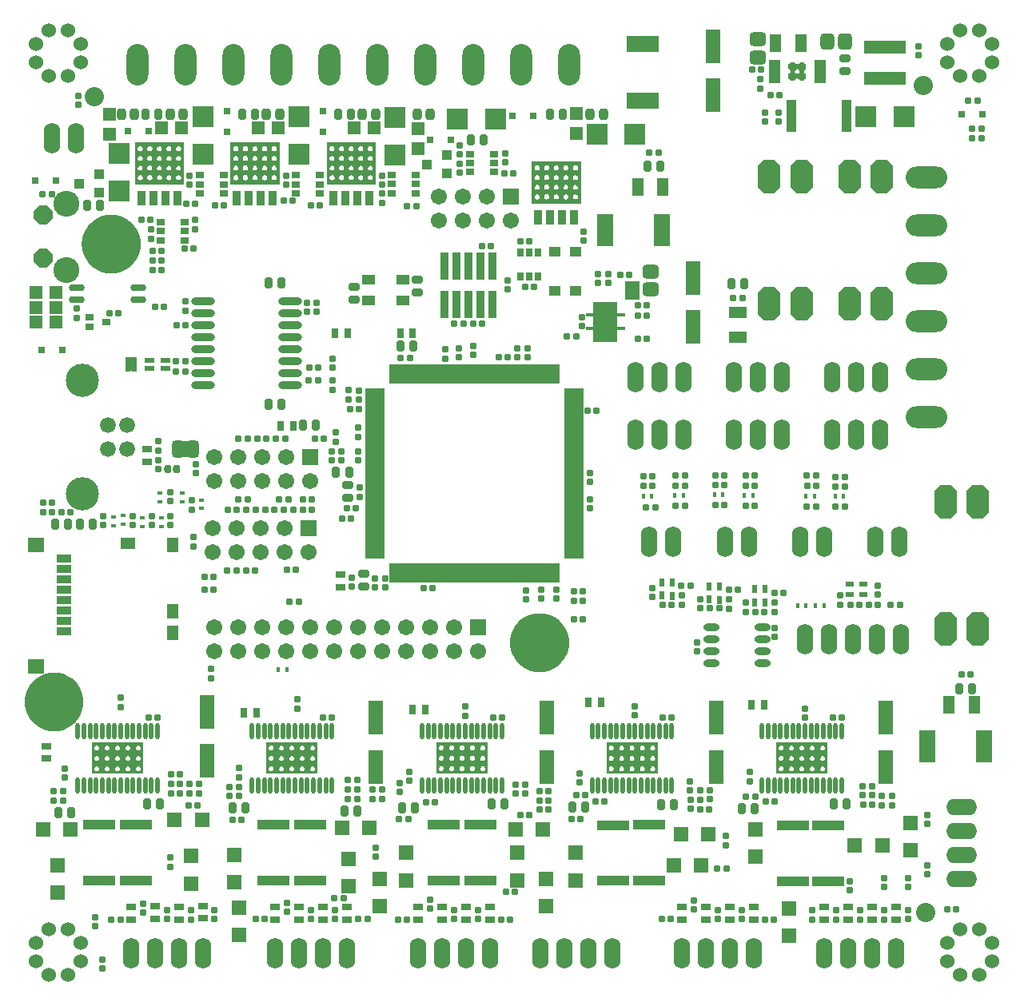
<source format=gts>
G04 Layer_Color=8388736*
%FSLAX25Y25*%
%MOIN*%
G70*
G01*
G75*
%ADD61C,0.06000*%
%ADD212C,0.12205*%
%ADD213R,0.03543X0.07045*%
%ADD214R,0.10400X0.16800*%
G04:AMPARAMS|DCode=215|XSize=54mil|YSize=71mil|CornerRadius=15.5mil|HoleSize=0mil|Usage=FLASHONLY|Rotation=180.000|XOffset=0mil|YOffset=0mil|HoleType=Round|Shape=RoundedRectangle|*
%AMROUNDEDRECTD215*
21,1,0.05400,0.04000,0,0,180.0*
21,1,0.02300,0.07100,0,0,180.0*
1,1,0.03100,-0.01150,0.02000*
1,1,0.03100,0.01150,0.02000*
1,1,0.03100,0.01150,-0.02000*
1,1,0.03100,-0.01150,-0.02000*
%
%ADD215ROUNDEDRECTD215*%
%ADD216O,0.06509X0.02965*%
G04:AMPARAMS|DCode=217|XSize=26mil|YSize=28mil|CornerRadius=6.4mil|HoleSize=0mil|Usage=FLASHONLY|Rotation=0.000|XOffset=0mil|YOffset=0mil|HoleType=Round|Shape=RoundedRectangle|*
%AMROUNDEDRECTD217*
21,1,0.02600,0.01520,0,0,0.0*
21,1,0.01320,0.02800,0,0,0.0*
1,1,0.01280,0.00660,-0.00760*
1,1,0.01280,-0.00660,-0.00760*
1,1,0.01280,-0.00660,0.00760*
1,1,0.01280,0.00660,0.00760*
%
%ADD217ROUNDEDRECTD217*%
%ADD218R,0.03550X0.02565*%
G04:AMPARAMS|DCode=219|XSize=26mil|YSize=28mil|CornerRadius=6.4mil|HoleSize=0mil|Usage=FLASHONLY|Rotation=270.000|XOffset=0mil|YOffset=0mil|HoleType=Round|Shape=RoundedRectangle|*
%AMROUNDEDRECTD219*
21,1,0.02600,0.01520,0,0,270.0*
21,1,0.01320,0.02800,0,0,270.0*
1,1,0.01280,-0.00760,-0.00660*
1,1,0.01280,-0.00760,0.00660*
1,1,0.01280,0.00760,0.00660*
1,1,0.01280,0.00760,-0.00660*
%
%ADD219ROUNDEDRECTD219*%
G04:AMPARAMS|DCode=220|XSize=33.13mil|YSize=43.37mil|CornerRadius=7.83mil|HoleSize=0mil|Usage=FLASHONLY|Rotation=0.000|XOffset=0mil|YOffset=0mil|HoleType=Round|Shape=RoundedRectangle|*
%AMROUNDEDRECTD220*
21,1,0.03313,0.02772,0,0,0.0*
21,1,0.01748,0.04337,0,0,0.0*
1,1,0.01565,0.00874,-0.01386*
1,1,0.01565,-0.00874,-0.01386*
1,1,0.01565,-0.00874,0.01386*
1,1,0.01565,0.00874,0.01386*
%
%ADD220ROUNDEDRECTD220*%
%ADD221R,0.03865X0.03038*%
%ADD222R,0.03038X0.03865*%
%ADD223R,0.02400X0.03200*%
%ADD224O,0.01778X0.07093*%
%ADD225R,0.06312X0.14186*%
%ADD226R,0.13792X0.04343*%
%ADD227R,0.08471X0.08471*%
%ADD228O,0.03550X0.01502*%
%ADD229O,0.01502X0.03550*%
%ADD230R,0.06305X0.04928*%
%ADD231R,0.07093X0.05912*%
%ADD232R,0.04928X0.06305*%
%ADD233R,0.06305X0.03550*%
%ADD234R,0.02800X0.02800*%
%ADD235R,0.02080X0.01863*%
%ADD236R,0.03943X0.01975*%
%ADD237R,0.04737X0.04343*%
%ADD238R,0.04400X0.04000*%
%ADD239R,0.02800X0.02800*%
%ADD240R,0.02762X0.03747*%
%ADD241R,0.03747X0.02762*%
%ADD242R,0.05131X0.07493*%
G04:AMPARAMS|DCode=243|XSize=60mil|YSize=68mil|CornerRadius=17mil|HoleSize=0mil|Usage=FLASHONLY|Rotation=270.000|XOffset=0mil|YOffset=0mil|HoleType=Round|Shape=RoundedRectangle|*
%AMROUNDEDRECTD243*
21,1,0.06000,0.03400,0,0,270.0*
21,1,0.02600,0.06800,0,0,270.0*
1,1,0.03400,-0.01700,-0.01300*
1,1,0.03400,-0.01700,0.01300*
1,1,0.03400,0.01700,0.01300*
1,1,0.03400,0.01700,-0.01300*
%
%ADD243ROUNDEDRECTD243*%
G04:AMPARAMS|DCode=244|XSize=80mil|YSize=80mil|CornerRadius=40mil|HoleSize=0mil|Usage=FLASHONLY|Rotation=270.000|XOffset=0mil|YOffset=0mil|HoleType=Round|Shape=RoundedRectangle|*
%AMROUNDEDRECTD244*
21,1,0.08000,0.00000,0,0,270.0*
21,1,0.00000,0.08000,0,0,270.0*
1,1,0.08000,0.00000,0.00000*
1,1,0.08000,0.00000,0.00000*
1,1,0.08000,0.00000,0.00000*
1,1,0.08000,0.00000,0.00000*
%
%ADD244ROUNDEDRECTD244*%
G04:AMPARAMS|DCode=245|XSize=80mil|YSize=80mil|CornerRadius=40mil|HoleSize=0mil|Usage=FLASHONLY|Rotation=0.000|XOffset=0mil|YOffset=0mil|HoleType=Round|Shape=RoundedRectangle|*
%AMROUNDEDRECTD245*
21,1,0.08000,0.00000,0,0,0.0*
21,1,0.00000,0.08000,0,0,0.0*
1,1,0.08000,0.00000,0.00000*
1,1,0.08000,0.00000,0.00000*
1,1,0.08000,0.00000,0.00000*
1,1,0.08000,0.00000,0.00000*
%
%ADD245ROUNDEDRECTD245*%
%ADD246R,0.13400X0.07100*%
%ADD247R,0.07100X0.13400*%
%ADD248R,0.03600X0.06400*%
G04:AMPARAMS|DCode=249|XSize=37.13mil|YSize=47.37mil|CornerRadius=9.83mil|HoleSize=0mil|Usage=FLASHONLY|Rotation=0.000|XOffset=0mil|YOffset=0mil|HoleType=Round|Shape=RoundedRectangle|*
%AMROUNDEDRECTD249*
21,1,0.03713,0.02772,0,0,0.0*
21,1,0.01748,0.04737,0,0,0.0*
1,1,0.01965,0.00874,-0.01386*
1,1,0.01965,-0.00874,-0.01386*
1,1,0.01965,-0.00874,0.01386*
1,1,0.01965,0.00874,0.01386*
%
%ADD249ROUNDEDRECTD249*%
G04:AMPARAMS|DCode=250|XSize=33.13mil|YSize=43.37mil|CornerRadius=7.83mil|HoleSize=0mil|Usage=FLASHONLY|Rotation=90.000|XOffset=0mil|YOffset=0mil|HoleType=Round|Shape=RoundedRectangle|*
%AMROUNDEDRECTD250*
21,1,0.03313,0.02772,0,0,90.0*
21,1,0.01748,0.04337,0,0,90.0*
1,1,0.01565,0.01386,0.00874*
1,1,0.01565,0.01386,-0.00874*
1,1,0.01565,-0.01386,-0.00874*
1,1,0.01565,-0.01386,0.00874*
%
%ADD250ROUNDEDRECTD250*%
%ADD251O,0.09855X0.03162*%
%ADD252O,0.07887X0.01981*%
%ADD253O,0.01981X0.07887*%
G04:AMPARAMS|DCode=254|XSize=60mil|YSize=68mil|CornerRadius=17mil|HoleSize=0mil|Usage=FLASHONLY|Rotation=180.000|XOffset=0mil|YOffset=0mil|HoleType=Round|Shape=RoundedRectangle|*
%AMROUNDEDRECTD254*
21,1,0.06000,0.03400,0,0,180.0*
21,1,0.02600,0.06800,0,0,180.0*
1,1,0.03400,-0.01300,0.01700*
1,1,0.03400,0.01300,0.01700*
1,1,0.03400,0.01300,-0.01700*
1,1,0.03400,-0.01300,-0.01700*
%
%ADD254ROUNDEDRECTD254*%
%ADD255R,0.04816X0.01981*%
%ADD256R,0.02126X0.02598*%
%ADD257R,0.06063X0.02520*%
%ADD258R,0.17532X0.05446*%
%ADD259R,0.04343X0.13792*%
%ADD260R,0.03753X0.11824*%
G04:AMPARAMS|DCode=261|XSize=30mil|YSize=32mil|CornerRadius=8.4mil|HoleSize=0mil|Usage=FLASHONLY|Rotation=180.000|XOffset=0mil|YOffset=0mil|HoleType=Round|Shape=RoundedRectangle|*
%AMROUNDEDRECTD261*
21,1,0.03000,0.01520,0,0,180.0*
21,1,0.01320,0.03200,0,0,180.0*
1,1,0.01680,-0.00660,0.00760*
1,1,0.01680,0.00660,0.00760*
1,1,0.01680,0.00660,-0.00760*
1,1,0.01680,-0.00660,-0.00760*
%
%ADD261ROUNDEDRECTD261*%
%ADD262O,0.06706X0.03162*%
%ADD263R,0.07493X0.05131*%
%ADD264R,0.03200X0.02400*%
%ADD265R,0.01581X0.01975*%
%ADD266R,0.01975X0.01581*%
%ADD267R,0.06312X0.05918*%
%ADD268R,0.05918X0.06312*%
%ADD269R,0.05524X0.04343*%
%ADD270R,0.05600X0.05600*%
%ADD271R,0.05600X0.05600*%
%ADD272R,0.08700X0.08700*%
%ADD273R,0.08700X0.08700*%
%ADD274O,0.06800X0.12800*%
%ADD275C,0.06706*%
%ADD276R,0.06706X0.06706*%
%ADD277C,0.13850*%
%ADD278C,0.06600*%
%ADD279C,0.10800*%
%ADD280P,0.08443X8X292.5*%
%ADD281O,0.09050X0.17300*%
G04:AMPARAMS|DCode=282|XSize=141mil|YSize=91mil|CornerRadius=0mil|HoleSize=0mil|Usage=FLASHONLY|Rotation=90.000|XOffset=0mil|YOffset=0mil|HoleType=Round|Shape=Octagon|*
%AMOCTAGOND282*
4,1,8,0.02275,0.07050,-0.02275,0.07050,-0.04550,0.04775,-0.04550,-0.04775,-0.02275,-0.07050,0.02275,-0.07050,0.04550,-0.04775,0.04550,0.04775,0.02275,0.07050,0.0*
%
%ADD282OCTAGOND282*%

%ADD283O,0.12800X0.06800*%
%ADD284O,0.17300X0.09050*%
G36*
X47633Y257388D02*
X42928D01*
X42929Y257388D01*
X42928D01*
Y263179D01*
X47633D01*
Y257388D01*
D02*
G37*
G36*
X223935Y259795D02*
X223951Y253267D01*
Y252302D01*
X153069D01*
Y260180D01*
X223935D01*
Y259795D01*
D02*
G37*
G36*
X150908Y179279D02*
X143030D01*
Y250145D01*
X143416D01*
X149943Y250161D01*
X150908D01*
Y179279D01*
D02*
G37*
G36*
X232886Y342037D02*
Y338100D01*
Y334065D01*
Y330128D01*
Y327372D01*
X212413D01*
Y330128D01*
Y334065D01*
Y338100D01*
Y342136D01*
Y344990D01*
X232886D01*
Y342037D01*
D02*
G37*
G36*
X147336Y350037D02*
Y346100D01*
Y342065D01*
Y338128D01*
Y335372D01*
X126864D01*
Y338128D01*
Y342065D01*
Y346100D01*
Y350136D01*
Y352990D01*
X147336D01*
Y350037D01*
D02*
G37*
G36*
X107236D02*
Y346100D01*
Y342065D01*
Y338128D01*
Y335372D01*
X86764D01*
Y338128D01*
Y342065D01*
Y346100D01*
Y350136D01*
Y352990D01*
X107236D01*
Y350037D01*
D02*
G37*
G36*
X67386D02*
Y346100D01*
Y342065D01*
Y338128D01*
Y335372D01*
X46913D01*
Y338128D01*
Y342065D01*
Y346100D01*
Y350136D01*
Y352990D01*
X67386D01*
Y350037D01*
D02*
G37*
G36*
X194017Y100225D02*
Y98061D01*
Y95894D01*
Y93731D01*
Y91564D01*
Y89400D01*
X172667D01*
Y91564D01*
Y93731D01*
Y95894D01*
Y98061D01*
Y100225D01*
Y100236D01*
D01*
Y102400D01*
X194017D01*
Y100225D01*
D02*
G37*
G36*
X123105D02*
Y98061D01*
Y95894D01*
Y93731D01*
Y91564D01*
Y89400D01*
X101755D01*
Y91564D01*
Y93731D01*
Y95894D01*
Y98061D01*
Y100225D01*
Y100236D01*
Y102400D01*
X123105D01*
Y100225D01*
D02*
G37*
G36*
X50419D02*
Y98061D01*
Y95894D01*
Y93731D01*
Y91564D01*
Y89400D01*
X29069D01*
Y91564D01*
Y93731D01*
Y95894D01*
Y98061D01*
Y100225D01*
Y100236D01*
Y102400D01*
X50419D01*
Y100225D01*
D02*
G37*
G36*
X264877D02*
Y98061D01*
Y95894D01*
Y93731D01*
Y91564D01*
Y89400D01*
X243527D01*
Y91564D01*
Y93731D01*
Y95894D01*
Y98061D01*
Y100225D01*
Y100236D01*
Y102400D01*
X264877D01*
Y100225D01*
D02*
G37*
G36*
X233970Y179275D02*
X233584D01*
X227057Y179260D01*
X226092D01*
Y250141D01*
X233970D01*
Y179275D01*
D02*
G37*
G36*
X223931Y169240D02*
X153065D01*
Y169626D01*
X153049Y176153D01*
Y177118D01*
X223931D01*
Y169240D01*
D02*
G37*
G36*
X335763Y100225D02*
Y98061D01*
Y95894D01*
Y93731D01*
Y91564D01*
Y89400D01*
X314413D01*
Y91564D01*
Y93731D01*
Y95894D01*
Y98061D01*
Y100225D01*
Y100236D01*
Y102400D01*
X335763D01*
Y100225D01*
D02*
G37*
G36*
X325986Y386281D02*
X326001Y386127D01*
X326118Y385844D01*
X326336Y385626D01*
X326620Y385509D01*
X326773Y385494D01*
Y383427D01*
X326639Y383414D01*
X326390Y383311D01*
X326200Y383121D01*
X326097Y382872D01*
X326084Y382738D01*
Y382344D01*
X325986D01*
Y382246D01*
X326001Y382092D01*
X326118Y381808D01*
X326336Y381591D01*
X326620Y381473D01*
X326773Y381458D01*
Y379490D01*
X326620Y379475D01*
X326336Y379357D01*
X326118Y379140D01*
X326001Y378856D01*
X325986Y378702D01*
Y378505D01*
X324214D01*
X324195Y378697D01*
X324048Y379052D01*
X323777Y379324D01*
X323422Y379471D01*
X323230Y379490D01*
X323033D01*
X322841Y379471D01*
X322486Y379324D01*
X322215Y379052D01*
X322068Y378697D01*
X322049Y378505D01*
X320277D01*
Y378604D01*
X320262Y378758D01*
X320144Y379041D01*
X319927Y379259D01*
X319643Y379376D01*
X319490Y379391D01*
Y381458D01*
X319624Y381471D01*
X319872Y381574D01*
X320063Y381765D01*
X320165Y382013D01*
X320179Y382147D01*
Y382541D01*
X320277D01*
Y382639D01*
X320262Y382793D01*
X320144Y383077D01*
X319927Y383294D01*
X319643Y383412D01*
X319490Y383427D01*
Y385395D01*
X319643Y385410D01*
X319927Y385528D01*
X320144Y385745D01*
X320262Y386029D01*
X320277Y386183D01*
Y386380D01*
X322049D01*
X322068Y386188D01*
X322215Y385833D01*
X322486Y385561D01*
X322841Y385414D01*
X323033Y385395D01*
X323230D01*
X323422Y385414D01*
X323777Y385561D01*
X324048Y385833D01*
X324195Y386188D01*
X324214Y386380D01*
X325986D01*
Y386281D01*
D02*
G37*
%LPC*%
G36*
X218614Y343317D02*
X218422Y343298D01*
X218067Y343151D01*
X217796Y342879D01*
X217649Y342524D01*
X217630Y342332D01*
Y342252D01*
Y342234D01*
Y342136D01*
X217649Y341944D01*
X217796Y341589D01*
X218067Y341317D01*
X218422Y341170D01*
X218614Y341151D01*
X218821Y341172D01*
X219204Y341330D01*
X219497Y341623D01*
X219656Y342006D01*
X219676Y342213D01*
Y342445D01*
X219676Y342445D01*
X219514Y342835D01*
X219216Y343134D01*
X218825Y343296D01*
X218614Y343317D01*
D02*
G37*
G36*
X222748Y343218D02*
X222650D01*
X222438Y343197D01*
X222048Y343036D01*
X221749Y342737D01*
X221588Y342347D01*
Y342213D01*
X221608Y342006D01*
X221767Y341623D01*
X222060Y341330D01*
X222442Y341172D01*
X222650Y341151D01*
X222845Y341171D01*
X223206Y341320D01*
X223482Y341597D01*
X223632Y341957D01*
X223640Y342037D01*
X223634D01*
Y342332D01*
X223617Y342505D01*
X223485Y342825D01*
X223240Y343069D01*
X222921Y343201D01*
X222748Y343218D01*
D02*
G37*
G36*
X214670Y343310D02*
X214655Y343240D01*
X214444Y343219D01*
X214054Y343058D01*
X213755Y342759D01*
X213593Y342369D01*
X213594D01*
Y342235D01*
X213614Y342024D01*
X213776Y341633D01*
X214075Y341334D01*
X214466Y341172D01*
X214677Y341151D01*
X214872Y341171D01*
X215231Y341319D01*
X215506Y341594D01*
X215655Y341953D01*
X215672Y342136D01*
X215661D01*
X215654Y342325D01*
X215635Y342517D01*
X215489Y342872D01*
X215217Y343144D01*
X214862Y343291D01*
X214670Y343310D01*
D02*
G37*
G36*
X226685Y343317D02*
X226474Y343296D01*
X226083Y343134D01*
X225785Y342835D01*
X225623Y342445D01*
X225602Y342234D01*
Y342136D01*
X225621Y341944D01*
X225768Y341589D01*
X226040Y341317D01*
X226395Y341170D01*
X226587Y341151D01*
X226802Y341173D01*
X227199Y341337D01*
X227503Y341641D01*
X227667Y342038D01*
X227669Y342058D01*
Y342332D01*
X227650Y342524D01*
X227503Y342879D01*
X227232Y343151D01*
X226877Y343298D01*
X226685Y343317D01*
D02*
G37*
G36*
X230622D02*
X230411Y343296D01*
X230020Y343134D01*
X229722Y342835D01*
X229560Y342445D01*
X229539Y342234D01*
X229560Y342023D01*
X229722Y341633D01*
X230020Y341334D01*
X230411Y341172D01*
X230622Y341151D01*
X230829Y341172D01*
X231212Y341330D01*
X231505Y341623D01*
X231663Y342006D01*
X231684Y342213D01*
Y342445D01*
X231684Y342445D01*
X231522Y342835D01*
X231224Y343134D01*
X230833Y343296D01*
X230622Y343317D01*
D02*
G37*
G36*
Y335147D02*
X230430Y335128D01*
X230075Y334981D01*
X229804Y334710D01*
X229657Y334355D01*
X229638Y334163D01*
Y334065D01*
X229559D01*
X229560Y334050D01*
X229722Y333660D01*
X230020Y333361D01*
X230411Y333200D01*
X230622Y333179D01*
X230829Y333199D01*
X231212Y333358D01*
X231505Y333651D01*
X231663Y334034D01*
X231667Y334065D01*
X231606D01*
Y334163D01*
X231587Y334355D01*
X231440Y334710D01*
X231169Y334981D01*
X230814Y335128D01*
X230622Y335147D01*
D02*
G37*
G36*
X222650D02*
X222458Y335128D01*
X222103Y334981D01*
X221831Y334710D01*
X221684Y334355D01*
X221665Y334163D01*
Y334065D01*
X221605D01*
X221608Y334034D01*
X221767Y333651D01*
X222060Y333358D01*
X222442Y333199D01*
X222650Y333179D01*
X222845Y333198D01*
X223206Y333348D01*
X223482Y333624D01*
X223632Y333985D01*
X223640Y334065D01*
X223634D01*
Y334163D01*
X223615Y334355D01*
X223468Y334710D01*
X223196Y334981D01*
X222842Y335128D01*
X222650Y335147D01*
D02*
G37*
G36*
X226685D02*
X226493Y335128D01*
X226138Y334981D01*
X225867Y334710D01*
X225720Y334355D01*
X225701Y334163D01*
Y334065D01*
X225612D01*
X225621Y333971D01*
X225768Y333616D01*
X226040Y333345D01*
X226395Y333198D01*
X226587Y333179D01*
X226802Y333200D01*
X227199Y333365D01*
X227503Y333669D01*
X227667Y334066D01*
X227669Y334085D01*
Y334163D01*
X227650Y334355D01*
X227503Y334710D01*
X227232Y334981D01*
X226877Y335128D01*
X226685Y335147D01*
D02*
G37*
G36*
X214677Y331210D02*
X214485Y331191D01*
X214130Y331045D01*
X213859Y330773D01*
X213712Y330418D01*
X213693Y330226D01*
Y330128D01*
X213595D01*
Y330128D01*
X213615Y329917D01*
X213777Y329526D01*
X214076Y329227D01*
X214466Y329066D01*
X214677Y329045D01*
X214888Y329066D01*
X215279Y329227D01*
X215577Y329526D01*
X215739Y329917D01*
X215760Y330128D01*
Y330128D01*
X215563D01*
Y330325D01*
X215546Y330497D01*
X215414Y330817D01*
X215169Y331061D01*
X214850Y331193D01*
X214677Y331210D01*
D02*
G37*
G36*
X218713Y331309D02*
X218501Y331288D01*
X218111Y331126D01*
X217812Y330828D01*
X217651Y330437D01*
X217630Y330226D01*
Y330128D01*
Y330029D01*
X217649Y329837D01*
X217796Y329483D01*
X218067Y329211D01*
X218422Y329064D01*
X218614Y329045D01*
X218825Y329066D01*
X219216Y329227D01*
X219514Y329526D01*
X219676Y329917D01*
X219697Y330128D01*
Y330128D01*
X219598D01*
Y330423D01*
X219581Y330596D01*
X219449Y330915D01*
X219205Y331159D01*
X218885Y331292D01*
X218713Y331309D01*
D02*
G37*
G36*
X226685Y331210D02*
X226493Y331191D01*
X226138Y331045D01*
X225867Y330773D01*
X225720Y330418D01*
X225701Y330226D01*
Y330128D01*
X225602D01*
Y330128D01*
X225623Y329917D01*
X225785Y329526D01*
X226083Y329227D01*
X226474Y329066D01*
X226685Y329045D01*
X226877Y329064D01*
X227232Y329211D01*
X227503Y329483D01*
X227650Y329837D01*
X227669Y330029D01*
Y330128D01*
Y330226D01*
X227650Y330418D01*
X227503Y330773D01*
X227232Y331045D01*
X226877Y331191D01*
X226685Y331210D01*
D02*
G37*
G36*
X214677Y335147D02*
X214485Y335128D01*
X214130Y334981D01*
X213859Y334710D01*
X213712Y334355D01*
X213693Y334163D01*
Y334065D01*
X213613D01*
X213614Y334051D01*
X213776Y333661D01*
X214075Y333362D01*
X214466Y333200D01*
X214677Y333179D01*
X214872Y333198D01*
X215231Y333347D01*
X215506Y333622D01*
X215655Y333981D01*
X215663Y334065D01*
X215563D01*
Y334261D01*
X215546Y334434D01*
X215414Y334754D01*
X215169Y334998D01*
X214850Y335130D01*
X214677Y335147D01*
D02*
G37*
G36*
X218713Y335246D02*
X218501Y335225D01*
X218111Y335063D01*
X217812Y334765D01*
X217651Y334374D01*
X217630Y334163D01*
X217649Y333971D01*
X217796Y333616D01*
X218067Y333345D01*
X218422Y333198D01*
X218614Y333179D01*
X218821Y333199D01*
X219204Y333358D01*
X219497Y333651D01*
X219656Y334034D01*
X219659Y334065D01*
X219598D01*
Y334360D01*
X219581Y334533D01*
X219449Y334852D01*
X219205Y335097D01*
X218885Y335229D01*
X218713Y335246D01*
D02*
G37*
G36*
X230622Y331210D02*
X230430Y331191D01*
X230075Y331045D01*
X229804Y330773D01*
X229657Y330418D01*
X229638Y330226D01*
Y330226D01*
X229645Y330036D01*
X229664Y329844D01*
X229811Y329489D01*
X230082Y329218D01*
X230437Y329071D01*
X230629Y329052D01*
X230644Y329122D01*
X230855Y329142D01*
X231245Y329304D01*
X231544Y329603D01*
X231706Y329993D01*
X231719Y330128D01*
X231606D01*
Y330226D01*
X231587Y330418D01*
X231440Y330773D01*
X231169Y331045D01*
X230814Y331191D01*
X230622Y331210D01*
D02*
G37*
G36*
X222650D02*
X222458Y331191D01*
X222103Y331045D01*
X221831Y330773D01*
X221684Y330418D01*
X221665Y330226D01*
Y330128D01*
Y330029D01*
X221682Y329856D01*
X221815Y329537D01*
X222059Y329293D01*
X222378Y329160D01*
X222551Y329143D01*
X222650D01*
X222861Y329164D01*
X223251Y329326D01*
X223550Y329625D01*
X223711Y330015D01*
X223723Y330128D01*
X223634D01*
Y330226D01*
X223615Y330418D01*
X223468Y330773D01*
X223196Y331045D01*
X222842Y331191D01*
X222650Y331210D01*
D02*
G37*
G36*
X214677Y339183D02*
X214485Y339164D01*
X214130Y339017D01*
X213859Y338745D01*
X213712Y338391D01*
X213693Y338199D01*
Y338100D01*
X213603D01*
X213614Y337988D01*
X213776Y337597D01*
X214075Y337298D01*
X214466Y337137D01*
X214677Y337116D01*
X214872Y337135D01*
X215231Y337284D01*
X215506Y337559D01*
X215655Y337918D01*
X215672Y338100D01*
X215563D01*
Y338297D01*
X215546Y338470D01*
X215414Y338789D01*
X215169Y339034D01*
X214850Y339166D01*
X214677Y339183D01*
D02*
G37*
G36*
X226685D02*
X226493Y339164D01*
X226138Y339017D01*
X225867Y338745D01*
X225720Y338391D01*
X225701Y338199D01*
Y338100D01*
X225602D01*
X225621Y337908D01*
X225768Y337553D01*
X226040Y337282D01*
X226395Y337135D01*
X226587Y337116D01*
X226802Y337137D01*
X227199Y337302D01*
X227503Y337606D01*
X227667Y338003D01*
X227677Y338100D01*
X227669D01*
Y338198D01*
X227650Y338391D01*
X227503Y338745D01*
X227232Y339017D01*
X226877Y339164D01*
X226685Y339183D01*
D02*
G37*
G36*
X230622D02*
X230430Y339164D01*
X230075Y339017D01*
X229804Y338745D01*
X229657Y338391D01*
X229638Y338199D01*
Y338100D01*
X229549D01*
X229560Y337987D01*
X229722Y337597D01*
X230020Y337298D01*
X230411Y337137D01*
X230622Y337116D01*
X230829Y337136D01*
X231212Y337295D01*
X231505Y337588D01*
X231663Y337971D01*
X231676Y338100D01*
X231606D01*
Y338199D01*
X231587Y338391D01*
X231440Y338745D01*
X231169Y339017D01*
X230814Y339164D01*
X230622Y339183D01*
D02*
G37*
G36*
X218713Y339281D02*
X218501Y339260D01*
X218111Y339099D01*
X217812Y338800D01*
X217651Y338410D01*
X217630Y338199D01*
Y338100D01*
X217649Y337908D01*
X217796Y337553D01*
X218067Y337282D01*
X218422Y337135D01*
X218614Y337116D01*
X218821Y337136D01*
X219204Y337295D01*
X219497Y337588D01*
X219656Y337971D01*
X219668Y338100D01*
X219598D01*
Y338395D01*
X219581Y338568D01*
X219449Y338888D01*
X219205Y339132D01*
X218885Y339264D01*
X218713Y339281D01*
D02*
G37*
G36*
X222650Y339183D02*
X222458Y339164D01*
X222103Y339017D01*
X221831Y338745D01*
X221684Y338391D01*
X221665Y338199D01*
Y338100D01*
X221595D01*
X221608Y337971D01*
X221767Y337588D01*
X222060Y337295D01*
X222442Y337136D01*
X222650Y337116D01*
X222845Y337135D01*
X223206Y337285D01*
X223482Y337561D01*
X223632Y337922D01*
X223650Y338100D01*
X223634D01*
Y338199D01*
X223615Y338391D01*
X223468Y338745D01*
X223196Y339017D01*
X222842Y339164D01*
X222650Y339183D01*
D02*
G37*
G36*
X141135Y351317D02*
X140924Y351296D01*
X140534Y351134D01*
X140235Y350835D01*
X140074Y350445D01*
X140053Y350234D01*
Y350136D01*
X140072Y349944D01*
X140219Y349589D01*
X140490Y349317D01*
X140845Y349170D01*
X141037Y349151D01*
X141252Y349172D01*
X141649Y349337D01*
X141953Y349641D01*
X142118Y350038D01*
X142120Y350058D01*
Y350332D01*
X142101Y350524D01*
X141954Y350879D01*
X141682Y351151D01*
X141327Y351298D01*
X141135Y351317D01*
D02*
G37*
G36*
X137198Y351218D02*
X137100D01*
X136889Y351197D01*
X136498Y351036D01*
X136200Y350737D01*
X136038Y350347D01*
Y350213D01*
X136058Y350006D01*
X136217Y349623D01*
X136510Y349330D01*
X136893Y349172D01*
X137100Y349151D01*
X137295Y349171D01*
X137656Y349320D01*
X137933Y349597D01*
X138082Y349957D01*
X138090Y350037D01*
X138084D01*
Y350332D01*
X138067Y350505D01*
X137935Y350825D01*
X137691Y351069D01*
X137371Y351201D01*
X137198Y351218D01*
D02*
G37*
G36*
X145072Y351317D02*
X144861Y351296D01*
X144471Y351134D01*
X144172Y350835D01*
X144011Y350445D01*
X143990Y350234D01*
X144011Y350023D01*
X144172Y349633D01*
X144471Y349334D01*
X144861Y349172D01*
X145072Y349151D01*
X145280Y349172D01*
X145662Y349330D01*
X145955Y349623D01*
X146114Y350006D01*
X146134Y350213D01*
Y350445D01*
X146134Y350445D01*
X145973Y350835D01*
X145674Y351134D01*
X145284Y351296D01*
X145072Y351317D01*
D02*
G37*
G36*
X133163Y343246D02*
X132952Y343225D01*
X132562Y343063D01*
X132263Y342765D01*
X132101Y342374D01*
X132080Y342163D01*
X132099Y341971D01*
X132246Y341616D01*
X132518Y341345D01*
X132873Y341198D01*
X133065Y341179D01*
X133272Y341199D01*
X133654Y341358D01*
X133948Y341651D01*
X134106Y342034D01*
X134109Y342065D01*
X134049D01*
Y342360D01*
X134032Y342533D01*
X133899Y342852D01*
X133655Y343096D01*
X133336Y343229D01*
X133163Y343246D01*
D02*
G37*
G36*
X137100Y343147D02*
X136908Y343128D01*
X136553Y342982D01*
X136282Y342710D01*
X136135Y342355D01*
X136116Y342163D01*
Y342065D01*
X136056D01*
X136058Y342034D01*
X136217Y341651D01*
X136510Y341358D01*
X136893Y341199D01*
X137100Y341179D01*
X137295Y341198D01*
X137656Y341348D01*
X137933Y341624D01*
X138082Y341985D01*
X138090Y342065D01*
X138084D01*
Y342163D01*
X138065Y342355D01*
X137918Y342710D01*
X137647Y342982D01*
X137292Y343128D01*
X137100Y343147D01*
D02*
G37*
G36*
X129128D02*
X128936Y343128D01*
X128581Y342982D01*
X128309Y342710D01*
X128162Y342355D01*
X128143Y342163D01*
Y342065D01*
X128063D01*
X128065Y342051D01*
X128226Y341660D01*
X128525Y341361D01*
X128916Y341200D01*
X129128Y341179D01*
X129322Y341198D01*
X129681Y341347D01*
X129956Y341622D01*
X130105Y341981D01*
X130113Y342065D01*
X130013D01*
Y342262D01*
X129996Y342434D01*
X129864Y342754D01*
X129620Y342998D01*
X129300Y343130D01*
X129128Y343147D01*
D02*
G37*
G36*
X137100Y339210D02*
X136908Y339192D01*
X136553Y339044D01*
X136282Y338773D01*
X136135Y338418D01*
X136116Y338226D01*
Y338128D01*
Y338029D01*
X136133Y337856D01*
X136265Y337537D01*
X136509Y337293D01*
X136829Y337160D01*
X137002Y337143D01*
X137100D01*
X137311Y337164D01*
X137701Y337326D01*
X138000Y337625D01*
X138162Y338015D01*
X138173Y338128D01*
X138084D01*
Y338226D01*
X138065Y338418D01*
X137918Y338773D01*
X137647Y339044D01*
X137292Y339192D01*
X137100Y339210D01*
D02*
G37*
G36*
X133163Y347281D02*
X132952Y347260D01*
X132562Y347099D01*
X132263Y346800D01*
X132101Y346410D01*
X132080Y346199D01*
Y346100D01*
X132099Y345908D01*
X132246Y345553D01*
X132518Y345282D01*
X132873Y345135D01*
X133065Y345116D01*
X133272Y345136D01*
X133654Y345295D01*
X133948Y345588D01*
X134106Y345971D01*
X134119Y346100D01*
X134049D01*
Y346395D01*
X134032Y346568D01*
X133899Y346888D01*
X133655Y347132D01*
X133336Y347264D01*
X133163Y347281D01*
D02*
G37*
G36*
X137100Y347183D02*
X136908Y347164D01*
X136553Y347017D01*
X136282Y346745D01*
X136135Y346391D01*
X136116Y346199D01*
Y346100D01*
X136046D01*
X136058Y345971D01*
X136217Y345588D01*
X136510Y345295D01*
X136893Y345136D01*
X137100Y345116D01*
X137295Y345135D01*
X137656Y345285D01*
X137933Y345561D01*
X138082Y345922D01*
X138100Y346100D01*
X138084D01*
Y346199D01*
X138065Y346391D01*
X137918Y346745D01*
X137647Y347017D01*
X137292Y347164D01*
X137100Y347183D01*
D02*
G37*
G36*
X129128D02*
X128936Y347164D01*
X128581Y347017D01*
X128309Y346745D01*
X128162Y346391D01*
X128143Y346199D01*
Y346100D01*
X128054D01*
X128065Y345988D01*
X128226Y345598D01*
X128525Y345299D01*
X128916Y345137D01*
X129128Y345116D01*
X129322Y345135D01*
X129681Y345284D01*
X129956Y345559D01*
X130105Y345918D01*
X130123Y346100D01*
X130013D01*
Y346297D01*
X129996Y346470D01*
X129864Y346789D01*
X129620Y347034D01*
X129300Y347166D01*
X129128Y347183D01*
D02*
G37*
G36*
X141135D02*
X140943Y347164D01*
X140589Y347017D01*
X140317Y346745D01*
X140170Y346391D01*
X140151Y346199D01*
Y346100D01*
X140053D01*
X140072Y345908D01*
X140219Y345553D01*
X140490Y345282D01*
X140845Y345135D01*
X141037Y345116D01*
X141252Y345137D01*
X141649Y345302D01*
X141953Y345606D01*
X142118Y346003D01*
X142127Y346100D01*
X142120D01*
Y346199D01*
X142101Y346391D01*
X141954Y346745D01*
X141682Y347017D01*
X141327Y347164D01*
X141135Y347183D01*
D02*
G37*
G36*
X145072D02*
X144880Y347164D01*
X144526Y347017D01*
X144254Y346745D01*
X144107Y346391D01*
X144088Y346199D01*
Y346100D01*
X144000D01*
X144011Y345987D01*
X144172Y345597D01*
X144471Y345298D01*
X144861Y345137D01*
X145072Y345116D01*
X145280Y345136D01*
X145662Y345295D01*
X145955Y345588D01*
X146114Y345971D01*
X146127Y346100D01*
X146057D01*
Y346199D01*
X146038Y346391D01*
X145891Y346745D01*
X145619Y347017D01*
X145264Y347164D01*
X145072Y347183D01*
D02*
G37*
G36*
X141135Y343147D02*
X140943Y343128D01*
X140589Y342982D01*
X140317Y342710D01*
X140170Y342355D01*
X140151Y342163D01*
Y342065D01*
X140062D01*
X140072Y341971D01*
X140219Y341616D01*
X140490Y341345D01*
X140845Y341198D01*
X141037Y341179D01*
X141252Y341200D01*
X141649Y341365D01*
X141953Y341669D01*
X142118Y342066D01*
X142120Y342085D01*
Y342163D01*
X142101Y342355D01*
X141954Y342710D01*
X141682Y342982D01*
X141327Y343128D01*
X141135Y343147D01*
D02*
G37*
G36*
X145072D02*
X144880Y343128D01*
X144526Y342982D01*
X144254Y342710D01*
X144107Y342355D01*
X144088Y342163D01*
Y342065D01*
X144009D01*
X144011Y342050D01*
X144172Y341660D01*
X144471Y341361D01*
X144861Y341200D01*
X145072Y341179D01*
X145280Y341199D01*
X145662Y341358D01*
X145955Y341651D01*
X146114Y342034D01*
X146117Y342065D01*
X146057D01*
Y342163D01*
X146038Y342355D01*
X145891Y342710D01*
X145619Y342982D01*
X145264Y343128D01*
X145072Y343147D01*
D02*
G37*
G36*
X129121Y351310D02*
X129106Y351240D01*
X128894Y351219D01*
X128504Y351058D01*
X128206Y350759D01*
X128044Y350369D01*
X128044D01*
Y350235D01*
X128065Y350024D01*
X128226Y349633D01*
X128525Y349334D01*
X128916Y349172D01*
X129128Y349151D01*
X129322Y349170D01*
X129681Y349319D01*
X129956Y349594D01*
X130105Y349953D01*
X130123Y350136D01*
X130112D01*
X130105Y350325D01*
X130086Y350517D01*
X129939Y350872D01*
X129667Y351144D01*
X129313Y351291D01*
X129121Y351310D01*
D02*
G37*
G36*
X133065Y351317D02*
X132873Y351298D01*
X132518Y351151D01*
X132246Y350879D01*
X132099Y350524D01*
X132080Y350332D01*
Y350252D01*
Y350234D01*
Y350136D01*
X132099Y349944D01*
X132246Y349589D01*
X132518Y349317D01*
X132873Y349170D01*
X133065Y349151D01*
X133272Y349172D01*
X133654Y349330D01*
X133948Y349623D01*
X134106Y350006D01*
X134126Y350213D01*
Y350445D01*
X134126Y350445D01*
X133965Y350835D01*
X133666Y351134D01*
X133276Y351296D01*
X133065Y351317D01*
D02*
G37*
G36*
X145072Y339210D02*
X144880Y339192D01*
X144526Y339044D01*
X144254Y338773D01*
X144107Y338418D01*
X144088Y338226D01*
Y338226D01*
X144095Y338036D01*
X144114Y337844D01*
X144261Y337489D01*
X144533Y337218D01*
X144887Y337071D01*
X145079Y337052D01*
X145094Y337122D01*
X145306Y337142D01*
X145696Y337304D01*
X145994Y337603D01*
X146156Y337993D01*
X146169Y338128D01*
X146057D01*
Y338226D01*
X146038Y338418D01*
X145891Y338773D01*
X145619Y339044D01*
X145264Y339192D01*
X145072Y339210D01*
D02*
G37*
G36*
X141135D02*
X140943Y339192D01*
X140589Y339044D01*
X140317Y338773D01*
X140170Y338418D01*
X140151Y338226D01*
Y338128D01*
X140053D01*
Y338128D01*
X140074Y337916D01*
X140235Y337526D01*
X140534Y337228D01*
X140924Y337066D01*
X141135Y337045D01*
X141327Y337064D01*
X141682Y337211D01*
X141954Y337483D01*
X142101Y337837D01*
X142120Y338029D01*
Y338128D01*
Y338226D01*
X142101Y338418D01*
X141954Y338773D01*
X141682Y339044D01*
X141327Y339192D01*
X141135Y339210D01*
D02*
G37*
G36*
X129128D02*
X128936Y339192D01*
X128581Y339044D01*
X128309Y338773D01*
X128162Y338418D01*
X128143Y338226D01*
Y338128D01*
X128045D01*
Y338128D01*
X128066Y337916D01*
X128227Y337526D01*
X128526Y337228D01*
X128916Y337066D01*
X129128Y337045D01*
X129339Y337066D01*
X129729Y337228D01*
X130028Y337526D01*
X130189Y337916D01*
X130210Y338128D01*
Y338128D01*
X130013D01*
Y338324D01*
X129996Y338497D01*
X129864Y338817D01*
X129620Y339061D01*
X129300Y339193D01*
X129128Y339210D01*
D02*
G37*
G36*
X133163Y339309D02*
X132952Y339288D01*
X132562Y339126D01*
X132263Y338828D01*
X132101Y338437D01*
X132080Y338226D01*
Y338128D01*
Y338029D01*
X132099Y337837D01*
X132246Y337483D01*
X132518Y337211D01*
X132873Y337064D01*
X133065Y337045D01*
X133276Y337066D01*
X133666Y337228D01*
X133965Y337526D01*
X134126Y337916D01*
X134147Y338128D01*
Y338128D01*
X134049D01*
Y338423D01*
X134032Y338596D01*
X133899Y338915D01*
X133655Y339159D01*
X133336Y339292D01*
X133163Y339309D01*
D02*
G37*
G36*
X93063Y343246D02*
X92852Y343225D01*
X92462Y343063D01*
X92163Y342765D01*
X92001Y342374D01*
X91980Y342163D01*
X91999Y341971D01*
X92146Y341616D01*
X92418Y341345D01*
X92773Y341198D01*
X92965Y341179D01*
X93172Y341199D01*
X93555Y341358D01*
X93848Y341651D01*
X94006Y342034D01*
X94009Y342065D01*
X93949D01*
Y342360D01*
X93932Y342533D01*
X93800Y342852D01*
X93555Y343096D01*
X93236Y343229D01*
X93063Y343246D01*
D02*
G37*
G36*
X97000Y343147D02*
X96808Y343128D01*
X96453Y342982D01*
X96182Y342710D01*
X96035Y342355D01*
X96016Y342163D01*
Y342065D01*
X95955D01*
X95959Y342034D01*
X96117Y341651D01*
X96410Y341358D01*
X96793Y341199D01*
X97000Y341179D01*
X97195Y341198D01*
X97556Y341348D01*
X97833Y341624D01*
X97982Y341985D01*
X97990Y342065D01*
X97984D01*
Y342163D01*
X97965Y342355D01*
X97818Y342710D01*
X97547Y342982D01*
X97192Y343128D01*
X97000Y343147D01*
D02*
G37*
G36*
X89028D02*
X88836Y343128D01*
X88481Y342982D01*
X88209Y342710D01*
X88062Y342355D01*
X88043Y342163D01*
Y342065D01*
X87963D01*
X87965Y342051D01*
X88126Y341660D01*
X88425Y341361D01*
X88816Y341200D01*
X89028Y341179D01*
X89222Y341198D01*
X89581Y341347D01*
X89856Y341622D01*
X90005Y341981D01*
X90013Y342065D01*
X89913D01*
Y342262D01*
X89896Y342434D01*
X89764Y342754D01*
X89520Y342998D01*
X89200Y343130D01*
X89028Y343147D01*
D02*
G37*
G36*
X101035D02*
X100843Y343128D01*
X100489Y342982D01*
X100217Y342710D01*
X100070Y342355D01*
X100051Y342163D01*
Y342065D01*
X99963D01*
X99972Y341971D01*
X100119Y341616D01*
X100390Y341345D01*
X100745Y341198D01*
X100937Y341179D01*
X101152Y341200D01*
X101549Y341365D01*
X101853Y341669D01*
X102018Y342066D01*
X102020Y342085D01*
Y342163D01*
X102001Y342355D01*
X101854Y342710D01*
X101582Y342982D01*
X101227Y343128D01*
X101035Y343147D01*
D02*
G37*
G36*
X104972D02*
X104780Y343128D01*
X104426Y342982D01*
X104154Y342710D01*
X104007Y342355D01*
X103988Y342163D01*
Y342065D01*
X103909D01*
X103911Y342050D01*
X104072Y341660D01*
X104371Y341361D01*
X104761Y341200D01*
X104972Y341179D01*
X105180Y341199D01*
X105562Y341358D01*
X105855Y341651D01*
X106014Y342034D01*
X106017Y342065D01*
X105957D01*
Y342163D01*
X105938Y342355D01*
X105791Y342710D01*
X105519Y342982D01*
X105165Y343128D01*
X104972Y343147D01*
D02*
G37*
G36*
X97000Y339210D02*
X96808Y339192D01*
X96453Y339044D01*
X96182Y338773D01*
X96035Y338418D01*
X96016Y338226D01*
Y338128D01*
Y338029D01*
X96033Y337856D01*
X96165Y337537D01*
X96409Y337293D01*
X96729Y337160D01*
X96902Y337143D01*
X97000D01*
X97211Y337164D01*
X97601Y337326D01*
X97900Y337625D01*
X98062Y338015D01*
X98073Y338128D01*
X97984D01*
Y338226D01*
X97965Y338418D01*
X97818Y338773D01*
X97547Y339044D01*
X97192Y339192D01*
X97000Y339210D01*
D02*
G37*
G36*
X101035Y347183D02*
X100843Y347164D01*
X100489Y347017D01*
X100217Y346745D01*
X100070Y346391D01*
X100051Y346199D01*
Y346100D01*
X99953D01*
X99972Y345908D01*
X100119Y345553D01*
X100390Y345282D01*
X100745Y345135D01*
X100937Y345116D01*
X101152Y345137D01*
X101549Y345302D01*
X101853Y345606D01*
X102018Y346003D01*
X102027Y346100D01*
X102020D01*
Y346199D01*
X102001Y346391D01*
X101854Y346745D01*
X101582Y347017D01*
X101227Y347164D01*
X101035Y347183D01*
D02*
G37*
G36*
X104972D02*
X104780Y347164D01*
X104426Y347017D01*
X104154Y346745D01*
X104007Y346391D01*
X103988Y346199D01*
Y346100D01*
X103900D01*
X103911Y345987D01*
X104072Y345597D01*
X104371Y345298D01*
X104761Y345137D01*
X104972Y345116D01*
X105180Y345136D01*
X105562Y345295D01*
X105855Y345588D01*
X106014Y345971D01*
X106027Y346100D01*
X105957D01*
Y346199D01*
X105938Y346391D01*
X105791Y346745D01*
X105519Y347017D01*
X105165Y347164D01*
X104972Y347183D01*
D02*
G37*
G36*
X93063Y347281D02*
X92852Y347260D01*
X92462Y347099D01*
X92163Y346800D01*
X92001Y346410D01*
X91980Y346199D01*
Y346100D01*
X91999Y345908D01*
X92146Y345553D01*
X92418Y345282D01*
X92773Y345135D01*
X92965Y345116D01*
X93172Y345136D01*
X93555Y345295D01*
X93848Y345588D01*
X94006Y345971D01*
X94019Y346100D01*
X93949D01*
Y346395D01*
X93932Y346568D01*
X93800Y346888D01*
X93555Y347132D01*
X93236Y347264D01*
X93063Y347281D01*
D02*
G37*
G36*
X97000Y347183D02*
X96808Y347164D01*
X96453Y347017D01*
X96182Y346745D01*
X96035Y346391D01*
X96016Y346199D01*
Y346100D01*
X95946D01*
X95959Y345971D01*
X96117Y345588D01*
X96410Y345295D01*
X96793Y345136D01*
X97000Y345116D01*
X97195Y345135D01*
X97556Y345285D01*
X97833Y345561D01*
X97982Y345922D01*
X98000Y346100D01*
X97984D01*
Y346199D01*
X97965Y346391D01*
X97818Y346745D01*
X97547Y347017D01*
X97192Y347164D01*
X97000Y347183D01*
D02*
G37*
G36*
X89028D02*
X88836Y347164D01*
X88481Y347017D01*
X88209Y346745D01*
X88062Y346391D01*
X88043Y346199D01*
Y346100D01*
X87954D01*
X87965Y345988D01*
X88126Y345598D01*
X88425Y345299D01*
X88816Y345137D01*
X89028Y345116D01*
X89222Y345135D01*
X89581Y345284D01*
X89856Y345559D01*
X90005Y345918D01*
X90023Y346100D01*
X89913D01*
Y346297D01*
X89896Y346470D01*
X89764Y346789D01*
X89520Y347034D01*
X89200Y347166D01*
X89028Y347183D01*
D02*
G37*
G36*
X89021Y351310D02*
X89006Y351240D01*
X88794Y351219D01*
X88404Y351058D01*
X88105Y350759D01*
X87944Y350369D01*
X87944D01*
Y350235D01*
X87965Y350024D01*
X88126Y349633D01*
X88425Y349334D01*
X88816Y349172D01*
X89028Y349151D01*
X89222Y349170D01*
X89581Y349319D01*
X89856Y349594D01*
X90005Y349953D01*
X90023Y350136D01*
X90012D01*
X90005Y350325D01*
X89986Y350517D01*
X89839Y350872D01*
X89567Y351144D01*
X89213Y351291D01*
X89021Y351310D01*
D02*
G37*
G36*
X101035Y351317D02*
X100824Y351296D01*
X100434Y351134D01*
X100135Y350835D01*
X99974Y350445D01*
X99953Y350234D01*
Y350136D01*
X99972Y349944D01*
X100119Y349589D01*
X100390Y349317D01*
X100745Y349170D01*
X100937Y349151D01*
X101152Y349172D01*
X101549Y349337D01*
X101853Y349641D01*
X102018Y350038D01*
X102020Y350058D01*
Y350332D01*
X102001Y350524D01*
X101854Y350879D01*
X101582Y351151D01*
X101227Y351298D01*
X101035Y351317D01*
D02*
G37*
G36*
X104972D02*
X104761Y351296D01*
X104371Y351134D01*
X104072Y350835D01*
X103911Y350445D01*
X103890Y350234D01*
X103911Y350023D01*
X104072Y349633D01*
X104371Y349334D01*
X104761Y349172D01*
X104972Y349151D01*
X105180Y349172D01*
X105562Y349330D01*
X105855Y349623D01*
X106014Y350006D01*
X106034Y350213D01*
Y350445D01*
X106034Y350445D01*
X105873Y350835D01*
X105574Y351134D01*
X105184Y351296D01*
X104972Y351317D01*
D02*
G37*
G36*
X92965D02*
X92773Y351298D01*
X92418Y351151D01*
X92146Y350879D01*
X91999Y350524D01*
X91980Y350332D01*
Y350252D01*
Y350234D01*
Y350136D01*
X91999Y349944D01*
X92146Y349589D01*
X92418Y349317D01*
X92773Y349170D01*
X92965Y349151D01*
X93172Y349172D01*
X93555Y349330D01*
X93848Y349623D01*
X94006Y350006D01*
X94026Y350213D01*
Y350445D01*
X94026Y350445D01*
X93865Y350835D01*
X93566Y351134D01*
X93176Y351296D01*
X92965Y351317D01*
D02*
G37*
G36*
X97098Y351218D02*
X97000D01*
X96789Y351197D01*
X96399Y351036D01*
X96100Y350737D01*
X95938Y350347D01*
Y350213D01*
X95959Y350006D01*
X96117Y349623D01*
X96410Y349330D01*
X96793Y349172D01*
X97000Y349151D01*
X97195Y349171D01*
X97556Y349320D01*
X97833Y349597D01*
X97982Y349957D01*
X97990Y350037D01*
X97984D01*
Y350332D01*
X97967Y350505D01*
X97835Y350825D01*
X97591Y351069D01*
X97271Y351201D01*
X97098Y351218D01*
D02*
G37*
G36*
X104972Y339210D02*
X104780Y339192D01*
X104426Y339044D01*
X104154Y338773D01*
X104007Y338418D01*
X103988Y338226D01*
Y338226D01*
X103995Y338036D01*
X104014Y337844D01*
X104161Y337489D01*
X104433Y337218D01*
X104787Y337071D01*
X104979Y337052D01*
X104994Y337122D01*
X105206Y337142D01*
X105596Y337304D01*
X105894Y337603D01*
X106056Y337993D01*
X106069Y338128D01*
X105957D01*
Y338226D01*
X105938Y338418D01*
X105791Y338773D01*
X105519Y339044D01*
X105165Y339192D01*
X104972Y339210D01*
D02*
G37*
G36*
X89028D02*
X88836Y339192D01*
X88481Y339044D01*
X88209Y338773D01*
X88062Y338418D01*
X88043Y338226D01*
Y338128D01*
X87945D01*
Y338128D01*
X87966Y337916D01*
X88127Y337526D01*
X88426Y337228D01*
X88816Y337066D01*
X89028Y337045D01*
X89239Y337066D01*
X89629Y337228D01*
X89928Y337526D01*
X90089Y337916D01*
X90110Y338128D01*
Y338128D01*
X89913D01*
Y338324D01*
X89896Y338497D01*
X89764Y338817D01*
X89520Y339061D01*
X89200Y339193D01*
X89028Y339210D01*
D02*
G37*
G36*
X93063Y339309D02*
X92852Y339288D01*
X92462Y339126D01*
X92163Y338828D01*
X92001Y338437D01*
X91980Y338226D01*
Y338128D01*
Y338029D01*
X91999Y337837D01*
X92146Y337483D01*
X92418Y337211D01*
X92773Y337064D01*
X92965Y337045D01*
X93176Y337066D01*
X93566Y337228D01*
X93865Y337526D01*
X94026Y337916D01*
X94047Y338128D01*
Y338128D01*
X93949D01*
Y338423D01*
X93932Y338596D01*
X93800Y338915D01*
X93555Y339159D01*
X93236Y339292D01*
X93063Y339309D01*
D02*
G37*
G36*
X101035Y339210D02*
X100843Y339192D01*
X100489Y339044D01*
X100217Y338773D01*
X100070Y338418D01*
X100051Y338226D01*
Y338128D01*
X99953D01*
Y338128D01*
X99974Y337916D01*
X100135Y337526D01*
X100434Y337228D01*
X100824Y337066D01*
X101035Y337045D01*
X101227Y337064D01*
X101582Y337211D01*
X101854Y337483D01*
X102001Y337837D01*
X102020Y338029D01*
Y338128D01*
Y338226D01*
X102001Y338418D01*
X101854Y338773D01*
X101582Y339044D01*
X101227Y339192D01*
X101035Y339210D01*
D02*
G37*
G36*
X61185Y343147D02*
X60993Y343128D01*
X60638Y342982D01*
X60367Y342710D01*
X60220Y342355D01*
X60201Y342163D01*
Y342065D01*
X60112D01*
X60121Y341971D01*
X60268Y341616D01*
X60540Y341345D01*
X60895Y341198D01*
X61087Y341179D01*
X61302Y341200D01*
X61699Y341365D01*
X62003Y341669D01*
X62167Y342066D01*
X62169Y342085D01*
Y342163D01*
X62150Y342355D01*
X62003Y342710D01*
X61732Y342982D01*
X61377Y343128D01*
X61185Y343147D01*
D02*
G37*
G36*
X65122D02*
X64930Y343128D01*
X64575Y342982D01*
X64304Y342710D01*
X64157Y342355D01*
X64138Y342163D01*
Y342065D01*
X64059D01*
X64060Y342050D01*
X64222Y341660D01*
X64521Y341361D01*
X64911Y341200D01*
X65122Y341179D01*
X65329Y341199D01*
X65712Y341358D01*
X66005Y341651D01*
X66163Y342034D01*
X66167Y342065D01*
X66106D01*
Y342163D01*
X66087Y342355D01*
X65940Y342710D01*
X65669Y342982D01*
X65314Y343128D01*
X65122Y343147D01*
D02*
G37*
G36*
X53213Y343246D02*
X53001Y343225D01*
X52611Y343063D01*
X52312Y342765D01*
X52151Y342374D01*
X52130Y342163D01*
X52149Y341971D01*
X52296Y341616D01*
X52567Y341345D01*
X52922Y341198D01*
X53114Y341179D01*
X53321Y341199D01*
X53704Y341358D01*
X53997Y341651D01*
X54156Y342034D01*
X54159Y342065D01*
X54098D01*
Y342360D01*
X54081Y342533D01*
X53949Y342852D01*
X53705Y343096D01*
X53385Y343229D01*
X53213Y343246D01*
D02*
G37*
G36*
X57150Y343147D02*
X56958Y343128D01*
X56603Y342982D01*
X56331Y342710D01*
X56184Y342355D01*
X56165Y342163D01*
Y342065D01*
X56105D01*
X56108Y342034D01*
X56267Y341651D01*
X56560Y341358D01*
X56942Y341199D01*
X57150Y341179D01*
X57345Y341198D01*
X57706Y341348D01*
X57982Y341624D01*
X58132Y341985D01*
X58140Y342065D01*
X58134D01*
Y342163D01*
X58115Y342355D01*
X57968Y342710D01*
X57696Y342982D01*
X57342Y343128D01*
X57150Y343147D01*
D02*
G37*
G36*
X49177D02*
X48985Y343128D01*
X48630Y342982D01*
X48359Y342710D01*
X48212Y342355D01*
X48193Y342163D01*
Y342065D01*
X48113D01*
X48114Y342051D01*
X48276Y341660D01*
X48575Y341361D01*
X48966Y341200D01*
X49177Y341179D01*
X49372Y341198D01*
X49731Y341347D01*
X50006Y341622D01*
X50155Y341981D01*
X50163Y342065D01*
X50063D01*
Y342262D01*
X50046Y342434D01*
X49914Y342754D01*
X49669Y342998D01*
X49350Y343130D01*
X49177Y343147D01*
D02*
G37*
G36*
X53114Y351317D02*
X52922Y351298D01*
X52567Y351151D01*
X52296Y350879D01*
X52149Y350524D01*
X52130Y350332D01*
Y350252D01*
Y350234D01*
Y350136D01*
X52149Y349944D01*
X52296Y349589D01*
X52567Y349317D01*
X52922Y349170D01*
X53114Y349151D01*
X53321Y349172D01*
X53704Y349330D01*
X53997Y349623D01*
X54156Y350006D01*
X54176Y350213D01*
Y350445D01*
X54176Y350445D01*
X54014Y350835D01*
X53716Y351134D01*
X53325Y351296D01*
X53114Y351317D01*
D02*
G37*
G36*
X57248Y351218D02*
X57150D01*
X56938Y351197D01*
X56548Y351036D01*
X56249Y350737D01*
X56088Y350347D01*
Y350213D01*
X56108Y350006D01*
X56267Y349623D01*
X56560Y349330D01*
X56942Y349172D01*
X57150Y349151D01*
X57345Y349171D01*
X57706Y349320D01*
X57982Y349597D01*
X58132Y349957D01*
X58140Y350037D01*
X58134D01*
Y350332D01*
X58117Y350505D01*
X57985Y350825D01*
X57740Y351069D01*
X57421Y351201D01*
X57248Y351218D01*
D02*
G37*
G36*
X49170Y351310D02*
X49155Y351240D01*
X48944Y351219D01*
X48554Y351058D01*
X48255Y350759D01*
X48094Y350369D01*
X48094D01*
Y350235D01*
X48114Y350024D01*
X48276Y349633D01*
X48575Y349334D01*
X48966Y349172D01*
X49177Y349151D01*
X49372Y349170D01*
X49731Y349319D01*
X50006Y349594D01*
X50155Y349953D01*
X50173Y350136D01*
X50161D01*
X50154Y350325D01*
X50135Y350517D01*
X49988Y350872D01*
X49717Y351144D01*
X49362Y351291D01*
X49170Y351310D01*
D02*
G37*
G36*
X53213Y347281D02*
X53001Y347260D01*
X52611Y347099D01*
X52312Y346800D01*
X52151Y346410D01*
X52130Y346199D01*
Y346100D01*
X52149Y345908D01*
X52296Y345553D01*
X52567Y345282D01*
X52922Y345135D01*
X53114Y345116D01*
X53321Y345136D01*
X53704Y345295D01*
X53997Y345588D01*
X54156Y345971D01*
X54168Y346100D01*
X54098D01*
Y346395D01*
X54081Y346568D01*
X53949Y346888D01*
X53705Y347132D01*
X53385Y347264D01*
X53213Y347281D01*
D02*
G37*
G36*
X57150Y347183D02*
X56958Y347164D01*
X56603Y347017D01*
X56331Y346745D01*
X56184Y346391D01*
X56165Y346199D01*
Y346100D01*
X56095D01*
X56108Y345971D01*
X56267Y345588D01*
X56560Y345295D01*
X56942Y345136D01*
X57150Y345116D01*
X57345Y345135D01*
X57706Y345285D01*
X57982Y345561D01*
X58132Y345922D01*
X58149Y346100D01*
X58134D01*
Y346199D01*
X58115Y346391D01*
X57968Y346745D01*
X57696Y347017D01*
X57342Y347164D01*
X57150Y347183D01*
D02*
G37*
G36*
X49177D02*
X48985Y347164D01*
X48630Y347017D01*
X48359Y346745D01*
X48212Y346391D01*
X48193Y346199D01*
Y346100D01*
X48103D01*
X48114Y345988D01*
X48276Y345598D01*
X48575Y345299D01*
X48966Y345137D01*
X49177Y345116D01*
X49372Y345135D01*
X49731Y345284D01*
X50006Y345559D01*
X50155Y345918D01*
X50173Y346100D01*
X50063D01*
Y346297D01*
X50046Y346470D01*
X49914Y346789D01*
X49669Y347034D01*
X49350Y347166D01*
X49177Y347183D01*
D02*
G37*
G36*
X61185D02*
X60993Y347164D01*
X60638Y347017D01*
X60367Y346745D01*
X60220Y346391D01*
X60201Y346199D01*
Y346100D01*
X60102D01*
X60121Y345908D01*
X60268Y345553D01*
X60540Y345282D01*
X60895Y345135D01*
X61087Y345116D01*
X61302Y345137D01*
X61699Y345302D01*
X62003Y345606D01*
X62167Y346003D01*
X62177Y346100D01*
X62169D01*
Y346199D01*
X62150Y346391D01*
X62003Y346745D01*
X61732Y347017D01*
X61377Y347164D01*
X61185Y347183D01*
D02*
G37*
G36*
X65122D02*
X64930Y347164D01*
X64575Y347017D01*
X64304Y346745D01*
X64157Y346391D01*
X64138Y346199D01*
Y346100D01*
X64049D01*
X64060Y345987D01*
X64222Y345597D01*
X64521Y345298D01*
X64911Y345137D01*
X65122Y345116D01*
X65329Y345136D01*
X65712Y345295D01*
X66005Y345588D01*
X66163Y345971D01*
X66176Y346100D01*
X66106D01*
Y346199D01*
X66087Y346391D01*
X65940Y346745D01*
X65669Y347017D01*
X65314Y347164D01*
X65122Y347183D01*
D02*
G37*
G36*
X57150Y339210D02*
X56958Y339192D01*
X56603Y339044D01*
X56331Y338773D01*
X56184Y338418D01*
X56165Y338226D01*
Y338128D01*
Y338029D01*
X56182Y337856D01*
X56315Y337537D01*
X56559Y337293D01*
X56878Y337160D01*
X57051Y337143D01*
X57150D01*
X57361Y337164D01*
X57751Y337326D01*
X58050Y337625D01*
X58211Y338015D01*
X58223Y338128D01*
X58134D01*
Y338226D01*
X58115Y338418D01*
X57968Y338773D01*
X57696Y339044D01*
X57342Y339192D01*
X57150Y339210D01*
D02*
G37*
G36*
X65122Y351317D02*
X64911Y351296D01*
X64521Y351134D01*
X64222Y350835D01*
X64060Y350445D01*
X64039Y350234D01*
X64060Y350023D01*
X64222Y349633D01*
X64521Y349334D01*
X64911Y349172D01*
X65122Y349151D01*
X65329Y349172D01*
X65712Y349330D01*
X66005Y349623D01*
X66163Y350006D01*
X66184Y350213D01*
Y350445D01*
X66184Y350445D01*
X66022Y350835D01*
X65724Y351134D01*
X65333Y351296D01*
X65122Y351317D01*
D02*
G37*
G36*
X61185D02*
X60974Y351296D01*
X60584Y351134D01*
X60285Y350835D01*
X60123Y350445D01*
X60102Y350234D01*
Y350136D01*
X60121Y349944D01*
X60268Y349589D01*
X60540Y349317D01*
X60895Y349170D01*
X61087Y349151D01*
X61302Y349172D01*
X61699Y349337D01*
X62003Y349641D01*
X62167Y350038D01*
X62169Y350058D01*
Y350332D01*
X62150Y350524D01*
X62003Y350879D01*
X61732Y351151D01*
X61377Y351298D01*
X61185Y351317D01*
D02*
G37*
G36*
X49177Y339210D02*
X48985Y339192D01*
X48630Y339044D01*
X48359Y338773D01*
X48212Y338418D01*
X48193Y338226D01*
Y338128D01*
X48094D01*
Y338128D01*
X48115Y337916D01*
X48277Y337526D01*
X48576Y337228D01*
X48966Y337066D01*
X49177Y337045D01*
X49388Y337066D01*
X49779Y337228D01*
X50077Y337526D01*
X50239Y337916D01*
X50260Y338128D01*
Y338128D01*
X50063D01*
Y338324D01*
X50046Y338497D01*
X49914Y338817D01*
X49669Y339061D01*
X49350Y339193D01*
X49177Y339210D01*
D02*
G37*
G36*
X53213Y339309D02*
X53001Y339288D01*
X52611Y339126D01*
X52312Y338828D01*
X52151Y338437D01*
X52130Y338226D01*
Y338128D01*
Y338029D01*
X52149Y337837D01*
X52296Y337483D01*
X52567Y337211D01*
X52922Y337064D01*
X53114Y337045D01*
X53325Y337066D01*
X53716Y337228D01*
X54014Y337526D01*
X54176Y337916D01*
X54197Y338128D01*
Y338128D01*
X54098D01*
Y338423D01*
X54081Y338596D01*
X53949Y338915D01*
X53705Y339159D01*
X53385Y339292D01*
X53213Y339309D01*
D02*
G37*
G36*
X61185Y339210D02*
X60993Y339192D01*
X60638Y339044D01*
X60367Y338773D01*
X60220Y338418D01*
X60201Y338226D01*
Y338128D01*
X60102D01*
Y338128D01*
X60123Y337916D01*
X60285Y337526D01*
X60584Y337228D01*
X60974Y337066D01*
X61185Y337045D01*
X61377Y337064D01*
X61732Y337211D01*
X62003Y337483D01*
X62150Y337837D01*
X62169Y338029D01*
Y338128D01*
Y338226D01*
X62150Y338418D01*
X62003Y338773D01*
X61732Y339044D01*
X61377Y339192D01*
X61185Y339210D01*
D02*
G37*
G36*
X65122D02*
X64930Y339192D01*
X64575Y339044D01*
X64304Y338773D01*
X64157Y338418D01*
X64138Y338226D01*
Y338226D01*
X64145Y338036D01*
X64164Y337844D01*
X64311Y337489D01*
X64582Y337218D01*
X64937Y337071D01*
X65129Y337052D01*
X65144Y337122D01*
X65355Y337142D01*
X65745Y337304D01*
X66044Y337603D01*
X66206Y337993D01*
X66219Y338128D01*
X66106D01*
Y338226D01*
X66087Y338418D01*
X65940Y338773D01*
X65669Y339044D01*
X65314Y339192D01*
X65122Y339210D01*
D02*
G37*
G36*
X187642Y101225D02*
X187642Y101225D01*
X187449Y101206D01*
X187093Y101055D01*
X186823Y100779D01*
X186682Y100419D01*
X186668Y100230D01*
X186684Y100040D01*
X186832Y99678D01*
X187109Y99401D01*
X187471Y99253D01*
X187667Y99236D01*
X187667Y99236D01*
X187860Y99256D01*
X188216Y99406D01*
X188486Y99683D01*
X188627Y100043D01*
X188642Y100236D01*
X188691D01*
X188668Y100425D01*
X188505Y100790D01*
X188216Y101066D01*
X187843Y101210D01*
X187642Y101225D01*
D02*
G37*
G36*
X179017Y101225D02*
X179017Y101225D01*
X178824Y101206D01*
X178468Y101055D01*
X178198Y100779D01*
X178057Y100419D01*
X178042Y100225D01*
X177996D01*
X178010Y100070D01*
X178165Y99691D01*
X178456Y99403D01*
X178837Y99252D01*
X179042Y99236D01*
X179235Y99256D01*
X179592Y99406D01*
X179861Y99683D01*
X180002Y100043D01*
X180016Y100232D01*
X180000Y100421D01*
X179852Y100784D01*
X179576Y101060D01*
X179213Y101208D01*
X179017Y101225D01*
D02*
G37*
G36*
X183342Y101250D02*
X183342Y101250D01*
X183144Y101230D01*
X182779Y101076D01*
X182502Y100793D01*
X182357Y100424D01*
X182343Y100231D01*
X182357Y100038D01*
X182502Y99669D01*
X182779Y99385D01*
X183144Y99231D01*
X183342Y99211D01*
X183540Y99231D01*
X183905Y99385D01*
X184182Y99669D01*
X184327Y100038D01*
X184341Y100231D01*
X184327Y100424D01*
X184182Y100793D01*
X183905Y101076D01*
X183540Y101230D01*
X183342Y101250D01*
D02*
G37*
G36*
X174692Y101250D02*
X174492Y101230D01*
X174123Y101077D01*
X173840Y100794D01*
X173687Y100425D01*
X173670Y100255D01*
X173684Y100076D01*
X173829Y99706D01*
X174104Y99419D01*
X174469Y99260D01*
X174667Y99236D01*
Y99236D01*
X174864Y99259D01*
X175225Y99418D01*
X175496Y99706D01*
X175631Y100077D01*
X175641Y100275D01*
X175713D01*
X175699Y100426D01*
X175548Y100797D01*
X175265Y101081D01*
X174893Y101232D01*
X174692Y101250D01*
D02*
G37*
G36*
X192017Y101225D02*
X191825Y101204D01*
X191471Y101052D01*
X191201Y100776D01*
X191059Y100418D01*
X191042Y100225D01*
X190968D01*
X190985Y100036D01*
X191136Y99664D01*
X191420Y99380D01*
X191791Y99229D01*
X191992Y99211D01*
X191992Y99211D01*
X192197Y99232D01*
X192573Y99392D01*
X192858Y99687D01*
X193003Y100070D01*
X193016Y100273D01*
X192967Y100275D01*
X192967Y100275D01*
X192949Y100460D01*
X192807Y100803D01*
X192545Y101065D01*
X192202Y101207D01*
X192017Y101225D01*
D02*
G37*
G36*
X183342Y92589D02*
X183342Y92589D01*
X183144Y92569D01*
X182779Y92415D01*
X182502Y92131D01*
X182357Y91762D01*
X182343Y91569D01*
X182357Y91376D01*
X182502Y91008D01*
X182779Y90724D01*
X183144Y90570D01*
X183342Y90550D01*
X183540Y90570D01*
X183905Y90724D01*
X184182Y91008D01*
X184327Y91376D01*
X184341Y91569D01*
X184327Y91762D01*
X184182Y92131D01*
X183905Y92415D01*
X183540Y92569D01*
X183342Y92589D01*
D02*
G37*
G36*
X179017Y92564D02*
X179017Y92563D01*
X178824Y92544D01*
X178468Y92394D01*
X178198Y92117D01*
X178057Y91757D01*
X178042Y91564D01*
X177996D01*
X178010Y91409D01*
X178165Y91030D01*
X178456Y90742D01*
X178837Y90591D01*
X179042Y90575D01*
X179235Y90594D01*
X179592Y90745D01*
X179861Y91021D01*
X180002Y91381D01*
X180016Y91571D01*
X180000Y91760D01*
X179852Y92122D01*
X179576Y92399D01*
X179213Y92546D01*
X179017Y92564D01*
D02*
G37*
G36*
X192017Y92563D02*
X191825Y92542D01*
X191471Y92390D01*
X191201Y92114D01*
X191059Y91756D01*
X191042Y91564D01*
X190968D01*
X190985Y91374D01*
X191136Y91003D01*
X191420Y90719D01*
X191791Y90568D01*
X191992Y90550D01*
X191992Y90550D01*
X192197Y90571D01*
X192573Y90731D01*
X192858Y91026D01*
X193003Y91408D01*
X193016Y91611D01*
X192967Y91614D01*
X192967Y91614D01*
X192949Y91799D01*
X192807Y92141D01*
X192545Y92404D01*
X192202Y92545D01*
X192017Y92563D01*
D02*
G37*
G36*
X174692Y92589D02*
X174492Y92569D01*
X174123Y92416D01*
X173840Y92133D01*
X173687Y91764D01*
X173668Y91570D01*
X173686Y91380D01*
X173836Y91019D01*
X174111Y90743D01*
X174472Y90594D01*
X174667Y90575D01*
X174864Y90597D01*
X175225Y90757D01*
X175496Y91045D01*
X175631Y91415D01*
X175641Y91614D01*
X175713D01*
X175699Y91764D01*
X175548Y92136D01*
X175265Y92420D01*
X174893Y92571D01*
X174692Y92589D01*
D02*
G37*
G36*
X187642Y92564D02*
X187642Y92563D01*
X187449Y92544D01*
X187093Y92394D01*
X186823Y92117D01*
X186682Y91757D01*
X186668Y91568D01*
X186684Y91379D01*
X186832Y91016D01*
X187109Y90740D01*
X187471Y90592D01*
X187667Y90575D01*
X187667Y90575D01*
X187860Y90594D01*
X188216Y90745D01*
X188486Y91021D01*
X188627Y91381D01*
X188642Y91575D01*
X188691D01*
X188668Y91763D01*
X188505Y92129D01*
X188216Y92405D01*
X187843Y92549D01*
X187642Y92564D01*
D02*
G37*
G36*
Y96894D02*
X187642Y96894D01*
X187449Y96875D01*
X187093Y96725D01*
X186823Y96448D01*
X186682Y96088D01*
X186668Y95899D01*
X186684Y95710D01*
X186832Y95347D01*
X187109Y95070D01*
X187471Y94923D01*
X187667Y94906D01*
X187667Y94906D01*
X187860Y94925D01*
X188216Y95075D01*
X188486Y95352D01*
X188627Y95712D01*
X188642Y95906D01*
X188691D01*
X188668Y96094D01*
X188505Y96460D01*
X188216Y96736D01*
X187843Y96880D01*
X187642Y96894D01*
D02*
G37*
G36*
X179017Y96894D02*
X179017Y96894D01*
X178824Y96875D01*
X178468Y96725D01*
X178198Y96448D01*
X178057Y96088D01*
X178042Y95894D01*
X177996D01*
X178010Y95739D01*
X178165Y95360D01*
X178456Y95072D01*
X178837Y94921D01*
X179042Y94906D01*
X179235Y94925D01*
X179592Y95075D01*
X179861Y95352D01*
X180002Y95712D01*
X180016Y95902D01*
X180000Y96090D01*
X179852Y96453D01*
X179576Y96730D01*
X179213Y96877D01*
X179017Y96894D01*
D02*
G37*
G36*
X183342Y96919D02*
X183342Y96919D01*
X183144Y96899D01*
X182779Y96746D01*
X182502Y96462D01*
X182357Y96093D01*
X182343Y95900D01*
X182357Y95707D01*
X182502Y95338D01*
X182779Y95055D01*
X183144Y94901D01*
X183342Y94881D01*
X183540Y94901D01*
X183905Y95055D01*
X184182Y95338D01*
X184327Y95707D01*
X184341Y95900D01*
X184327Y96093D01*
X184182Y96462D01*
X183905Y96746D01*
X183540Y96899D01*
X183342Y96919D01*
D02*
G37*
G36*
X174692Y96919D02*
X174492Y96900D01*
X174123Y96746D01*
X173840Y96464D01*
X173687Y96094D01*
X173668Y95901D01*
X173686Y95710D01*
X173836Y95350D01*
X174111Y95074D01*
X174472Y94925D01*
X174667Y94906D01*
X174864Y94928D01*
X175225Y95087D01*
X175496Y95375D01*
X175631Y95746D01*
X175641Y95944D01*
X175713D01*
X175699Y96095D01*
X175548Y96467D01*
X175265Y96750D01*
X174893Y96902D01*
X174692Y96919D01*
D02*
G37*
G36*
X192017Y96894D02*
X191825Y96873D01*
X191471Y96721D01*
X191201Y96445D01*
X191059Y96087D01*
X191042Y95894D01*
X190968D01*
X190985Y95705D01*
X191136Y95333D01*
X191420Y95050D01*
X191791Y94898D01*
X191992Y94881D01*
X191992Y94881D01*
X192197Y94901D01*
X192573Y95062D01*
X192858Y95357D01*
X193003Y95739D01*
X193016Y95942D01*
X192967Y95944D01*
X192967Y95944D01*
X192949Y96130D01*
X192807Y96472D01*
X192545Y96734D01*
X192202Y96876D01*
X192017Y96894D01*
D02*
G37*
G36*
X112430Y96939D02*
X112430Y96939D01*
X112430Y96939D01*
X112430Y96939D01*
X112040Y96861D01*
X111709Y96640D01*
X111488Y96310D01*
X111411Y95919D01*
X111413Y95906D01*
X111416D01*
X111416Y95906D01*
X111431Y95906D01*
X111416D01*
X111414Y95900D01*
X111416Y95894D01*
X111413D01*
X111411Y95881D01*
X111488Y95490D01*
X111709Y95160D01*
X112040Y94939D01*
X112430Y94861D01*
X112430D01*
X112820Y94939D01*
X113151Y95160D01*
X113372Y95490D01*
X113450Y95881D01*
X113447Y95894D01*
X113445D01*
X113445Y95894D01*
X113430Y95894D01*
X113445D01*
X113446Y95900D01*
X113445Y95906D01*
X113447D01*
X113450Y95919D01*
X113372Y96310D01*
X113151Y96640D01*
X112820Y96861D01*
X112430Y96939D01*
D02*
G37*
G36*
X103780Y96939D02*
X103380Y96860D01*
X103041Y96633D01*
X102815Y96294D01*
X102737Y95906D01*
X102755D01*
X102737Y95906D01*
X102736Y95902D01*
X102813Y95515D01*
X103034Y95185D01*
X103365Y94964D01*
X103755Y94886D01*
X103755Y94886D01*
X103755Y94889D01*
X104128Y94963D01*
X104455Y95181D01*
X104673Y95508D01*
X104750Y95893D01*
X104739Y95945D01*
X104817Y95945D01*
X104746Y96302D01*
X104523Y96637D01*
X104188Y96861D01*
X103793Y96939D01*
X103780Y96937D01*
X103780Y96939D01*
D02*
G37*
G36*
X116755Y96915D02*
X116730Y96910D01*
X116730Y96913D01*
X116730Y96913D01*
X116350Y96838D01*
X116027Y96622D01*
X115812Y96300D01*
X115736Y95919D01*
X115739Y95906D01*
X115755Y95906D01*
X115739D01*
X115741Y95894D01*
X115736D01*
X115736Y95893D01*
X115813Y95508D01*
X116031Y95181D01*
X116357Y94963D01*
X116743Y94886D01*
X116755Y94889D01*
X116755Y94887D01*
X116755Y94887D01*
X117136Y94962D01*
X117458Y95178D01*
X117674Y95500D01*
X117749Y95881D01*
X117744Y95906D01*
X117793Y95906D01*
X117721Y96270D01*
X117494Y96609D01*
X117155Y96835D01*
X116755Y96915D01*
D02*
G37*
G36*
X108118Y96914D02*
X108105Y96911D01*
X108105Y96913D01*
X108105Y96913D01*
X107725Y96838D01*
X107402Y96622D01*
X107187Y96300D01*
X107111Y95919D01*
X107116Y95894D01*
X107067Y95894D01*
X107139Y95531D01*
X107366Y95192D01*
X107705Y94965D01*
X108105Y94885D01*
X108131Y94890D01*
X108130Y94887D01*
X108130Y94887D01*
X108511Y94962D01*
X108833Y95178D01*
X109049Y95500D01*
X109124Y95881D01*
X109122Y95894D01*
X109105Y95894D01*
X109122D01*
X109119Y95906D01*
X109124D01*
X109125Y95907D01*
X109048Y96292D01*
X108830Y96619D01*
X108503Y96837D01*
X108118Y96914D01*
D02*
G37*
G36*
X116755Y101245D02*
X116730Y101240D01*
X116730Y101244D01*
X116730Y101244D01*
X116350Y101168D01*
X116027Y100953D01*
X115812Y100630D01*
X115736Y100250D01*
X115739Y100237D01*
X115755Y100236D01*
X115739D01*
X115741Y100225D01*
X115736D01*
X115736Y100224D01*
X115813Y99839D01*
X116031Y99512D01*
X116357Y99294D01*
X116743Y99217D01*
X116755Y99220D01*
X116755Y99217D01*
X116755Y99217D01*
X117136Y99293D01*
X117458Y99509D01*
X117674Y99831D01*
X117749Y100211D01*
X117744Y100237D01*
X117793Y100237D01*
X117721Y100600D01*
X117494Y100939D01*
X117155Y101166D01*
X116755Y101245D01*
D02*
G37*
G36*
X108118Y101244D02*
X108105Y101242D01*
X108105Y101244D01*
X108105Y101244D01*
X107725Y101168D01*
X107402Y100953D01*
X107187Y100630D01*
X107111Y100250D01*
X107116Y100225D01*
X107067Y100225D01*
X107139Y99861D01*
X107366Y99522D01*
X107705Y99296D01*
X108105Y99216D01*
X108131Y99221D01*
X108130Y99217D01*
X108130Y99217D01*
X108511Y99293D01*
X108833Y99509D01*
X109049Y99831D01*
X109124Y100211D01*
X109122Y100225D01*
X109105Y100225D01*
X109122D01*
X109119Y100237D01*
X109124D01*
X109125Y100238D01*
X109048Y100623D01*
X108830Y100950D01*
X108503Y101168D01*
X108118Y101244D01*
D02*
G37*
G36*
X112430Y101270D02*
X112430Y101270D01*
X112430Y101269D01*
X112430Y101269D01*
X112040Y101192D01*
X111709Y100971D01*
X111488Y100640D01*
X111411Y100250D01*
X111413Y100236D01*
X111416D01*
X111414Y100231D01*
X111416Y100225D01*
X111413D01*
X111411Y100211D01*
X111488Y99821D01*
X111709Y99490D01*
X112040Y99269D01*
X112430Y99192D01*
X112430D01*
X112820Y99269D01*
X113151Y99490D01*
X113372Y99821D01*
X113450Y100211D01*
X113447Y100225D01*
X113445D01*
X113445Y100225D01*
X113430Y100225D01*
X113445D01*
X113446Y100231D01*
X113445Y100237D01*
X113447D01*
X113450Y100250D01*
X113372Y100640D01*
X113151Y100971D01*
X112820Y101192D01*
X112430Y101270D01*
D02*
G37*
G36*
X121106Y101244D02*
X121105Y101243D01*
X121105Y101242D01*
X120732Y101168D01*
X120406Y100950D01*
X120187Y100623D01*
X120111Y100238D01*
X120113Y100225D01*
X120036Y100225D01*
X120035Y100224D01*
X120114Y99829D01*
X120338Y99494D01*
X120673Y99270D01*
X121068Y99191D01*
X121080Y99194D01*
X121080Y99191D01*
X121480Y99271D01*
X121819Y99497D01*
X122046Y99836D01*
X122125Y100236D01*
X122118Y100272D01*
X122055Y100275D01*
X122074Y100275D01*
X122074Y100275D01*
X122000Y100646D01*
X121790Y100960D01*
X121476Y101170D01*
X121106Y101244D01*
D02*
G37*
G36*
X103780Y101270D02*
X103380Y101190D01*
X103041Y100964D01*
X102815Y100625D01*
X102745Y100275D01*
X102757Y100275D01*
X102745Y100275D01*
X102739Y100243D01*
X102815Y99857D01*
X103041Y99520D01*
X103378Y99295D01*
X103755Y99220D01*
X103755Y99220D01*
X104128Y99294D01*
X104455Y99512D01*
X104673Y99839D01*
X104750Y100224D01*
X104739Y100276D01*
X104817Y100276D01*
X104746Y100633D01*
X104523Y100968D01*
X104188Y101191D01*
X103793Y101270D01*
X103780Y101267D01*
X103780Y101270D01*
D02*
G37*
G36*
X121106Y92582D02*
X121105Y92582D01*
X121105Y92580D01*
X120732Y92506D01*
X120406Y92288D01*
X120187Y91961D01*
X120111Y91576D01*
X120113Y91563D01*
X120036Y91563D01*
X120035Y91562D01*
X120114Y91167D01*
X120338Y90833D01*
X120673Y90609D01*
X121068Y90530D01*
X121080Y90533D01*
X121080Y90530D01*
X121480Y90610D01*
X121819Y90836D01*
X122046Y91175D01*
X122125Y91575D01*
X122118Y91611D01*
X122055Y91614D01*
X122074Y91614D01*
X122074Y91614D01*
X122000Y91984D01*
X121790Y92299D01*
X121476Y92508D01*
X121106Y92582D01*
D02*
G37*
G36*
X103780Y92609D02*
X103380Y92529D01*
X103041Y92303D01*
X102815Y91963D01*
X102737Y91575D01*
X102755D01*
X102737Y91575D01*
X102736Y91571D01*
X102813Y91185D01*
X103034Y90854D01*
X103365Y90633D01*
X103755Y90555D01*
X103755Y90555D01*
X103755Y90558D01*
X104128Y90632D01*
X104455Y90851D01*
X104673Y91177D01*
X104750Y91562D01*
X104739Y91614D01*
X104817Y91614D01*
X104746Y91971D01*
X104523Y92306D01*
X104188Y92530D01*
X103793Y92608D01*
X103780Y92606D01*
X103780Y92609D01*
D02*
G37*
G36*
X116755Y92584D02*
X116730Y92579D01*
X116730Y92583D01*
X116730Y92583D01*
X116350Y92507D01*
X116027Y92291D01*
X115812Y91969D01*
X115736Y91589D01*
X115739Y91575D01*
X115755Y91575D01*
X115739D01*
X115741Y91563D01*
X115736D01*
X115736Y91562D01*
X115813Y91177D01*
X116031Y90851D01*
X116357Y90632D01*
X116743Y90556D01*
X116755Y90558D01*
X116755Y90556D01*
X116755Y90556D01*
X117136Y90632D01*
X117458Y90847D01*
X117674Y91170D01*
X117749Y91550D01*
X117744Y91575D01*
X117793Y91575D01*
X117721Y91939D01*
X117494Y92278D01*
X117155Y92504D01*
X116755Y92584D01*
D02*
G37*
G36*
X121106Y96913D02*
X121105Y96913D01*
X121105Y96911D01*
X120732Y96837D01*
X120406Y96619D01*
X120187Y96292D01*
X120111Y95907D01*
X120113Y95894D01*
X120036Y95894D01*
X120035Y95893D01*
X120114Y95498D01*
X120338Y95163D01*
X120673Y94939D01*
X121068Y94861D01*
X121080Y94863D01*
X121080Y94861D01*
X121480Y94940D01*
X121819Y95167D01*
X122046Y95506D01*
X122125Y95906D01*
X122118Y95941D01*
X122055Y95944D01*
X122074Y95944D01*
X122074Y95944D01*
X122000Y96315D01*
X121790Y96629D01*
X121476Y96839D01*
X121106Y96913D01*
D02*
G37*
G36*
X108118Y92583D02*
X108105Y92580D01*
X108105Y92583D01*
X108105Y92583D01*
X107725Y92507D01*
X107402Y92291D01*
X107187Y91969D01*
X107111Y91589D01*
X107116Y91563D01*
X107067Y91563D01*
X107139Y91200D01*
X107366Y90861D01*
X107705Y90634D01*
X108105Y90555D01*
X108131Y90560D01*
X108130Y90556D01*
X108130Y90556D01*
X108511Y90632D01*
X108833Y90847D01*
X109049Y91170D01*
X109124Y91550D01*
X109122Y91563D01*
X109105Y91564D01*
X109122D01*
X109119Y91575D01*
X109124D01*
X109125Y91576D01*
X109048Y91961D01*
X108830Y92288D01*
X108503Y92506D01*
X108118Y92583D01*
D02*
G37*
G36*
X112430Y92608D02*
X112430Y92608D01*
X112430Y92608D01*
X112430Y92608D01*
X112040Y92531D01*
X111709Y92309D01*
X111488Y91979D01*
X111411Y91589D01*
X111413Y91575D01*
X111416D01*
X111414Y91569D01*
X111416Y91563D01*
X111413D01*
X111411Y91550D01*
X111488Y91160D01*
X111709Y90829D01*
X112040Y90608D01*
X112430Y90530D01*
X112430D01*
X112820Y90608D01*
X113151Y90829D01*
X113372Y91160D01*
X113450Y91550D01*
X113447Y91564D01*
X113445D01*
X113445Y91563D01*
X113430Y91564D01*
X113445D01*
X113446Y91569D01*
X113445Y91575D01*
X113447D01*
X113450Y91589D01*
X113372Y91979D01*
X113151Y92310D01*
X112820Y92531D01*
X112430Y92608D01*
D02*
G37*
%LPD*%
G36*
X111431Y100236D02*
X111416D01*
X111416Y100237D01*
X111431Y100236D01*
D02*
G37*
G36*
Y91575D02*
X111416D01*
X111416Y91575D01*
X111431Y91575D01*
D02*
G37*
%LPC*%
G36*
X39744Y96939D02*
X39744Y96939D01*
X39744Y96939D01*
X39744Y96939D01*
X39354Y96861D01*
X39023Y96640D01*
X38802Y96310D01*
X38725Y95919D01*
X38727Y95906D01*
X38730D01*
X38729Y95900D01*
X38730Y95894D01*
X38727D01*
X38725Y95881D01*
X38802Y95490D01*
X39023Y95160D01*
X39354Y94939D01*
X39744Y94861D01*
X39744D01*
X40135Y94939D01*
X40465Y95160D01*
X40686Y95490D01*
X40764Y95881D01*
X40761Y95894D01*
X40759D01*
X40759Y95894D01*
X40744Y95894D01*
X40759D01*
X40760Y95900D01*
X40759Y95906D01*
X40761D01*
X40764Y95919D01*
X40686Y96310D01*
X40465Y96640D01*
X40135Y96861D01*
X39744Y96939D01*
D02*
G37*
G36*
X44070Y96915D02*
X44044Y96910D01*
X44044Y96913D01*
X44044Y96913D01*
X43664Y96838D01*
X43341Y96622D01*
X43126Y96300D01*
X43050Y95919D01*
X43053Y95906D01*
X43069Y95906D01*
X43053D01*
X43055Y95894D01*
X43050D01*
X43050Y95893D01*
X43127Y95508D01*
X43345Y95181D01*
X43672Y94963D01*
X44057Y94886D01*
X44069Y94889D01*
X44069Y94887D01*
X44069Y94887D01*
X44450Y94962D01*
X44772Y95178D01*
X44988Y95500D01*
X45063Y95881D01*
X45058Y95906D01*
X45107Y95906D01*
X45035Y96270D01*
X44809Y96609D01*
X44469Y96835D01*
X44070Y96915D01*
D02*
G37*
G36*
X35432Y96914D02*
X35419Y96911D01*
X35419Y96913D01*
X35419Y96913D01*
X35039Y96838D01*
X34716Y96622D01*
X34501Y96300D01*
X34425Y95919D01*
X34430Y95894D01*
X34381Y95894D01*
X34453Y95531D01*
X34680Y95192D01*
X35019Y94965D01*
X35419Y94885D01*
X35445Y94890D01*
X35444Y94887D01*
X35444Y94887D01*
X35825Y94962D01*
X36147Y95178D01*
X36363Y95500D01*
X36438Y95881D01*
X36436Y95894D01*
X36419Y95894D01*
X36436D01*
X36433Y95906D01*
X36439D01*
X36439Y95907D01*
X36362Y96292D01*
X36144Y96619D01*
X35817Y96837D01*
X35432Y96914D01*
D02*
G37*
G36*
Y101244D02*
X35419Y101242D01*
X35419Y101244D01*
X35419Y101244D01*
X35039Y101168D01*
X34716Y100953D01*
X34501Y100630D01*
X34425Y100250D01*
X34430Y100225D01*
X34381Y100225D01*
X34453Y99861D01*
X34680Y99522D01*
X35019Y99296D01*
X35419Y99216D01*
X35445Y99221D01*
X35444Y99217D01*
X35444Y99217D01*
X35825Y99293D01*
X36147Y99509D01*
X36363Y99831D01*
X36438Y100211D01*
X36436Y100225D01*
X36419Y100225D01*
X36436D01*
X36433Y100237D01*
X36439D01*
X36439Y100238D01*
X36362Y100623D01*
X36144Y100950D01*
X35817Y101168D01*
X35432Y101244D01*
D02*
G37*
G36*
X39744Y101270D02*
X39744Y101270D01*
X39744Y101269D01*
X39744Y101269D01*
X39354Y101192D01*
X39023Y100971D01*
X38802Y100640D01*
X38725Y100250D01*
X38727Y100236D01*
X38730D01*
X38729Y100231D01*
X38730Y100225D01*
X38727D01*
X38725Y100211D01*
X38802Y99821D01*
X39023Y99490D01*
X39354Y99269D01*
X39744Y99192D01*
X39744D01*
X40135Y99269D01*
X40465Y99490D01*
X40686Y99821D01*
X40764Y100211D01*
X40761Y100225D01*
X40759D01*
X40759Y100225D01*
X40744Y100225D01*
X40759D01*
X40760Y100231D01*
X40759Y100237D01*
X40761D01*
X40764Y100250D01*
X40686Y100640D01*
X40465Y100971D01*
X40135Y101192D01*
X39744Y101270D01*
D02*
G37*
G36*
X44070Y101245D02*
X44044Y101240D01*
X44044Y101244D01*
X44044Y101244D01*
X43664Y101168D01*
X43341Y100953D01*
X43126Y100630D01*
X43050Y100250D01*
X43053Y100237D01*
X43069Y100236D01*
X43053D01*
X43055Y100225D01*
X43050D01*
X43050Y100224D01*
X43127Y99839D01*
X43345Y99512D01*
X43672Y99294D01*
X44057Y99217D01*
X44069Y99220D01*
X44069Y99217D01*
X44069Y99217D01*
X44450Y99293D01*
X44772Y99509D01*
X44988Y99831D01*
X45063Y100211D01*
X45058Y100237D01*
X45107Y100237D01*
X45035Y100600D01*
X44809Y100939D01*
X44469Y101166D01*
X44070Y101245D01*
D02*
G37*
G36*
X48420Y101244D02*
X48419Y101243D01*
X48419Y101242D01*
X48046Y101168D01*
X47720Y100950D01*
X47502Y100623D01*
X47425Y100238D01*
X47427Y100225D01*
X47350Y100225D01*
X47350Y100224D01*
X47428Y99829D01*
X47652Y99494D01*
X47987Y99270D01*
X48382Y99191D01*
X48395Y99194D01*
X48394Y99191D01*
X48794Y99271D01*
X49133Y99497D01*
X49360Y99836D01*
X49439Y100236D01*
X49432Y100272D01*
X49369Y100275D01*
X49388Y100275D01*
X49388Y100275D01*
X49314Y100646D01*
X49104Y100960D01*
X48790Y101170D01*
X48420Y101244D01*
D02*
G37*
G36*
X31094Y101270D02*
X30694Y101190D01*
X30355Y100964D01*
X30129Y100625D01*
X30059Y100275D01*
X30071Y100275D01*
X30059Y100275D01*
X30053Y100243D01*
X30130Y99857D01*
X30355Y99520D01*
X30692Y99295D01*
X31069Y99220D01*
X31069Y99220D01*
X31442Y99294D01*
X31769Y99512D01*
X31987Y99839D01*
X32064Y100224D01*
X32053Y100276D01*
X32132Y100276D01*
X32061Y100633D01*
X31837Y100968D01*
X31502Y101191D01*
X31107Y101270D01*
X31094Y101267D01*
X31094Y101270D01*
D02*
G37*
G36*
Y96939D02*
X30694Y96860D01*
X30355Y96633D01*
X30129Y96294D01*
X30051Y95906D01*
X30069D01*
X30051Y95906D01*
X30051Y95902D01*
X30127Y95515D01*
X30348Y95185D01*
X30679Y94964D01*
X31069Y94886D01*
X31069Y94886D01*
X31069Y94889D01*
X31442Y94963D01*
X31769Y95181D01*
X31987Y95508D01*
X32064Y95893D01*
X32053Y95945D01*
X32132Y95945D01*
X32061Y96302D01*
X31837Y96637D01*
X31502Y96861D01*
X31107Y96939D01*
X31094Y96937D01*
X31094Y96939D01*
D02*
G37*
G36*
Y92609D02*
X30694Y92529D01*
X30355Y92303D01*
X30129Y91963D01*
X30051Y91575D01*
X30069D01*
X30051Y91575D01*
X30051Y91571D01*
X30127Y91185D01*
X30348Y90854D01*
X30679Y90633D01*
X31069Y90555D01*
X31069Y90555D01*
X31069Y90558D01*
X31442Y90632D01*
X31769Y90851D01*
X31987Y91177D01*
X32064Y91562D01*
X32053Y91614D01*
X32132Y91614D01*
X32061Y91971D01*
X31837Y92306D01*
X31502Y92530D01*
X31107Y92608D01*
X31094Y92606D01*
X31094Y92609D01*
D02*
G37*
G36*
X44070Y92584D02*
X44044Y92579D01*
X44044Y92583D01*
X44044Y92583D01*
X43664Y92507D01*
X43341Y92291D01*
X43126Y91969D01*
X43050Y91589D01*
X43053Y91575D01*
X43069Y91575D01*
X43053D01*
X43055Y91563D01*
X43050D01*
X43050Y91562D01*
X43127Y91177D01*
X43345Y90851D01*
X43672Y90632D01*
X44057Y90556D01*
X44069Y90558D01*
X44069Y90556D01*
X44069Y90556D01*
X44450Y90632D01*
X44772Y90847D01*
X44988Y91170D01*
X45063Y91550D01*
X45058Y91575D01*
X45107Y91575D01*
X45035Y91939D01*
X44809Y92278D01*
X44469Y92504D01*
X44070Y92584D01*
D02*
G37*
G36*
X48420Y92582D02*
X48419Y92582D01*
X48419Y92580D01*
X48046Y92506D01*
X47720Y92288D01*
X47502Y91961D01*
X47425Y91576D01*
X47427Y91563D01*
X47350Y91563D01*
X47350Y91562D01*
X47428Y91167D01*
X47652Y90833D01*
X47987Y90609D01*
X48382Y90530D01*
X48395Y90533D01*
X48394Y90530D01*
X48794Y90610D01*
X49133Y90836D01*
X49360Y91175D01*
X49439Y91575D01*
X49432Y91611D01*
X49369Y91614D01*
X49388Y91614D01*
X49388Y91614D01*
X49314Y91984D01*
X49104Y92299D01*
X48790Y92508D01*
X48420Y92582D01*
D02*
G37*
G36*
Y96913D02*
X48419Y96913D01*
X48419Y96911D01*
X48046Y96837D01*
X47720Y96619D01*
X47502Y96292D01*
X47425Y95907D01*
X47427Y95894D01*
X47350Y95894D01*
X47350Y95893D01*
X47428Y95498D01*
X47652Y95163D01*
X47987Y94939D01*
X48382Y94861D01*
X48395Y94863D01*
X48394Y94861D01*
X48794Y94940D01*
X49133Y95167D01*
X49360Y95506D01*
X49439Y95906D01*
X49432Y95941D01*
X49369Y95944D01*
X49388Y95944D01*
X49388Y95944D01*
X49314Y96315D01*
X49104Y96629D01*
X48790Y96839D01*
X48420Y96913D01*
D02*
G37*
G36*
X35432Y92583D02*
X35419Y92580D01*
X35419Y92583D01*
X35419Y92583D01*
X35039Y92507D01*
X34716Y92291D01*
X34501Y91969D01*
X34425Y91589D01*
X34430Y91563D01*
X34381Y91563D01*
X34453Y91200D01*
X34680Y90861D01*
X35019Y90634D01*
X35419Y90555D01*
X35445Y90560D01*
X35444Y90556D01*
X35444Y90556D01*
X35825Y90632D01*
X36147Y90847D01*
X36363Y91170D01*
X36438Y91550D01*
X36436Y91563D01*
X36419Y91564D01*
X36436D01*
X36433Y91575D01*
X36439D01*
X36439Y91576D01*
X36362Y91961D01*
X36144Y92288D01*
X35817Y92506D01*
X35432Y92583D01*
D02*
G37*
G36*
X39744Y92608D02*
X39744Y92608D01*
X39744Y92608D01*
X39744Y92608D01*
X39354Y92531D01*
X39023Y92309D01*
X38802Y91979D01*
X38725Y91589D01*
X38727Y91575D01*
X38730D01*
X38729Y91569D01*
X38730Y91563D01*
X38727D01*
X38725Y91550D01*
X38802Y91160D01*
X39023Y90829D01*
X39354Y90608D01*
X39744Y90530D01*
X39744D01*
X40135Y90608D01*
X40465Y90829D01*
X40686Y91160D01*
X40764Y91550D01*
X40761Y91564D01*
X40759D01*
X40759Y91563D01*
X40744Y91564D01*
X40759D01*
X40760Y91569D01*
X40759Y91575D01*
X40761D01*
X40764Y91589D01*
X40686Y91979D01*
X40465Y92310D01*
X40135Y92531D01*
X39744Y92608D01*
D02*
G37*
%LPD*%
G36*
X38745Y95906D02*
X38730D01*
X38730Y95906D01*
X38745Y95906D01*
D02*
G37*
G36*
Y100236D02*
X38730D01*
X38730Y100237D01*
X38745Y100236D01*
D02*
G37*
G36*
Y91575D02*
X38730D01*
X38730Y91575D01*
X38745Y91575D01*
D02*
G37*
%LPC*%
G36*
X254202Y96939D02*
X254202Y96939D01*
X254202Y96939D01*
X254202Y96939D01*
X253812Y96861D01*
X253481Y96640D01*
X253260Y96310D01*
X253182Y95919D01*
X253185Y95906D01*
X253187D01*
X253186Y95900D01*
X253187Y95894D01*
X253185D01*
X253182Y95881D01*
X253260Y95490D01*
X253481Y95160D01*
X253812Y94939D01*
X254202Y94861D01*
X254202D01*
X254592Y94939D01*
X254923Y95160D01*
X255144Y95490D01*
X255222Y95881D01*
X255219Y95894D01*
X255217D01*
X255216Y95894D01*
X255202Y95894D01*
X255217D01*
X255218Y95900D01*
X255216Y95906D01*
X255219D01*
X255222Y95919D01*
X255144Y96310D01*
X254923Y96640D01*
X254592Y96861D01*
X254202Y96939D01*
D02*
G37*
G36*
X249890Y96914D02*
X249877Y96911D01*
X249877Y96913D01*
X249877Y96913D01*
X249496Y96838D01*
X249174Y96622D01*
X248958Y96300D01*
X248883Y95919D01*
X248888Y95894D01*
X248839Y95894D01*
X248911Y95531D01*
X249138Y95192D01*
X249477Y94965D01*
X249877Y94885D01*
X249902Y94890D01*
X249902Y94887D01*
X249902Y94887D01*
X250282Y94962D01*
X250605Y95178D01*
X250820Y95500D01*
X250896Y95881D01*
X250893Y95894D01*
X250877Y95894D01*
X250893D01*
X250891Y95906D01*
X250896D01*
X250896Y95907D01*
X250820Y96292D01*
X250602Y96619D01*
X250275Y96837D01*
X249890Y96914D01*
D02*
G37*
G36*
X245552Y96939D02*
X245152Y96860D01*
X244813Y96633D01*
X244586Y96294D01*
X244509Y95906D01*
X244527D01*
X244509Y95906D01*
X244508Y95902D01*
X244585Y95515D01*
X244806Y95185D01*
X245137Y94964D01*
X245527Y94886D01*
X245527Y94886D01*
X245527Y94889D01*
X245900Y94963D01*
X246226Y95181D01*
X246445Y95508D01*
X246521Y95893D01*
X246511Y95945D01*
X246589Y95945D01*
X246518Y96302D01*
X246294Y96637D01*
X245959Y96861D01*
X245565Y96939D01*
X245552Y96937D01*
X245552Y96939D01*
D02*
G37*
G36*
X258527Y96915D02*
X258502Y96910D01*
X258502Y96913D01*
X258502Y96913D01*
X258121Y96838D01*
X257799Y96622D01*
X257583Y96300D01*
X257508Y95919D01*
X257510Y95906D01*
X257527Y95906D01*
X257510D01*
X257513Y95894D01*
X257508D01*
X257508Y95893D01*
X257584Y95508D01*
X257803Y95181D01*
X258129Y94963D01*
X258514Y94886D01*
X258527Y94889D01*
X258527Y94887D01*
X258527Y94887D01*
X258907Y94962D01*
X259230Y95178D01*
X259445Y95500D01*
X259521Y95881D01*
X259516Y95906D01*
X259565Y95906D01*
X259493Y96270D01*
X259266Y96609D01*
X258927Y96835D01*
X258527Y96915D01*
D02*
G37*
G36*
Y101245D02*
X258502Y101240D01*
X258502Y101244D01*
X258502Y101244D01*
X258121Y101168D01*
X257799Y100953D01*
X257583Y100630D01*
X257508Y100250D01*
X257510Y100237D01*
X257527Y100236D01*
X257510D01*
X257513Y100225D01*
X257508D01*
X257508Y100224D01*
X257584Y99839D01*
X257803Y99512D01*
X258129Y99294D01*
X258514Y99217D01*
X258527Y99220D01*
X258527Y99217D01*
X258527Y99217D01*
X258907Y99293D01*
X259230Y99509D01*
X259445Y99831D01*
X259521Y100211D01*
X259516Y100237D01*
X259565Y100237D01*
X259493Y100600D01*
X259266Y100939D01*
X258927Y101166D01*
X258527Y101245D01*
D02*
G37*
G36*
X249890Y101244D02*
X249877Y101242D01*
X249877Y101244D01*
X249877Y101244D01*
X249496Y101168D01*
X249174Y100953D01*
X248958Y100630D01*
X248883Y100250D01*
X248888Y100225D01*
X248839Y100225D01*
X248911Y99861D01*
X249138Y99522D01*
X249477Y99296D01*
X249877Y99216D01*
X249902Y99221D01*
X249902Y99217D01*
X249902Y99217D01*
X250282Y99293D01*
X250605Y99509D01*
X250820Y99831D01*
X250896Y100211D01*
X250893Y100225D01*
X250877Y100225D01*
X250893D01*
X250891Y100237D01*
X250896D01*
X250896Y100238D01*
X250820Y100623D01*
X250602Y100950D01*
X250275Y101168D01*
X249890Y101244D01*
D02*
G37*
G36*
X262877Y101244D02*
X262877Y101243D01*
X262877Y101242D01*
X262504Y101168D01*
X262177Y100950D01*
X261959Y100623D01*
X261882Y100238D01*
X261885Y100225D01*
X261807Y100225D01*
X261807Y100224D01*
X261886Y99829D01*
X262109Y99494D01*
X262444Y99270D01*
X262840Y99191D01*
X262852Y99194D01*
X262852Y99191D01*
X263252Y99271D01*
X263591Y99497D01*
X263817Y99836D01*
X263897Y100236D01*
X263890Y100272D01*
X263827Y100275D01*
X263845Y100275D01*
X263845Y100275D01*
X263772Y100646D01*
X263562Y100960D01*
X263248Y101170D01*
X262877Y101244D01*
D02*
G37*
G36*
X245552Y101270D02*
X245152Y101190D01*
X244813Y100964D01*
X244586Y100625D01*
X244517Y100275D01*
X244528Y100275D01*
X244517Y100275D01*
X244511Y100243D01*
X244587Y99857D01*
X244812Y99520D01*
X245149Y99295D01*
X245527Y99220D01*
X245527Y99220D01*
X245900Y99294D01*
X246226Y99512D01*
X246445Y99839D01*
X246521Y100224D01*
X246511Y100276D01*
X246589Y100276D01*
X246518Y100633D01*
X246294Y100968D01*
X245959Y101191D01*
X245565Y101270D01*
X245552Y101267D01*
X245552Y101270D01*
D02*
G37*
G36*
X262877Y92582D02*
X262877Y92582D01*
X262877Y92580D01*
X262504Y92506D01*
X262177Y92288D01*
X261959Y91961D01*
X261882Y91576D01*
X261885Y91563D01*
X261807Y91563D01*
X261807Y91562D01*
X261886Y91167D01*
X262109Y90833D01*
X262444Y90609D01*
X262840Y90530D01*
X262852Y90533D01*
X262852Y90530D01*
X263252Y90610D01*
X263591Y90836D01*
X263817Y91175D01*
X263897Y91575D01*
X263890Y91611D01*
X263827Y91614D01*
X263845Y91614D01*
X263845Y91614D01*
X263772Y91984D01*
X263562Y92299D01*
X263248Y92508D01*
X262877Y92582D01*
D02*
G37*
G36*
X245552Y92609D02*
X245152Y92529D01*
X244813Y92303D01*
X244586Y91963D01*
X244509Y91575D01*
X244527D01*
X244509Y91575D01*
X244508Y91571D01*
X244585Y91185D01*
X244806Y90854D01*
X245137Y90633D01*
X245527Y90555D01*
X245527Y90555D01*
X245527Y90558D01*
X245900Y90632D01*
X246226Y90851D01*
X246445Y91177D01*
X246521Y91562D01*
X246511Y91614D01*
X246589Y91614D01*
X246518Y91971D01*
X246294Y92306D01*
X245959Y92530D01*
X245565Y92608D01*
X245552Y92606D01*
X245552Y92609D01*
D02*
G37*
G36*
X262877Y96913D02*
X262877Y96913D01*
X262877Y96911D01*
X262504Y96837D01*
X262177Y96619D01*
X261959Y96292D01*
X261882Y95907D01*
X261885Y95894D01*
X261807Y95894D01*
X261807Y95893D01*
X261886Y95498D01*
X262109Y95163D01*
X262444Y94939D01*
X262840Y94861D01*
X262852Y94863D01*
X262852Y94861D01*
X263252Y94940D01*
X263591Y95167D01*
X263817Y95506D01*
X263897Y95906D01*
X263890Y95941D01*
X263827Y95944D01*
X263845Y95944D01*
X263845Y95944D01*
X263772Y96315D01*
X263562Y96629D01*
X263248Y96839D01*
X262877Y96913D01*
D02*
G37*
G36*
X258527Y92584D02*
X258502Y92579D01*
X258502Y92583D01*
X258502Y92583D01*
X258121Y92507D01*
X257799Y92291D01*
X257583Y91969D01*
X257508Y91589D01*
X257510Y91575D01*
X257527Y91575D01*
X257510D01*
X257513Y91563D01*
X257508D01*
X257508Y91562D01*
X257584Y91177D01*
X257803Y90851D01*
X258129Y90632D01*
X258514Y90556D01*
X258527Y90558D01*
X258527Y90556D01*
X258527Y90556D01*
X258907Y90632D01*
X259230Y90847D01*
X259445Y91170D01*
X259521Y91550D01*
X259516Y91575D01*
X259565Y91575D01*
X259493Y91939D01*
X259266Y92278D01*
X258927Y92504D01*
X258527Y92584D01*
D02*
G37*
G36*
X249890Y92583D02*
X249877Y92580D01*
X249877Y92583D01*
X249877Y92583D01*
X249496Y92507D01*
X249174Y92291D01*
X248958Y91969D01*
X248883Y91589D01*
X248888Y91563D01*
X248839Y91563D01*
X248911Y91200D01*
X249138Y90861D01*
X249477Y90634D01*
X249877Y90555D01*
X249902Y90560D01*
X249902Y90556D01*
X249902Y90556D01*
X250282Y90632D01*
X250605Y90847D01*
X250820Y91170D01*
X250896Y91550D01*
X250893Y91563D01*
X250877Y91564D01*
X250893D01*
X250891Y91575D01*
X250896D01*
X250896Y91576D01*
X250820Y91961D01*
X250602Y92288D01*
X250275Y92506D01*
X249890Y92583D01*
D02*
G37*
G36*
X254202Y92608D02*
X254202Y92608D01*
X254202Y92608D01*
X254202Y92608D01*
X253812Y92531D01*
X253481Y92309D01*
X253260Y91979D01*
X253182Y91589D01*
X253185Y91575D01*
X253187D01*
X253186Y91569D01*
X253187Y91563D01*
X253185D01*
X253182Y91550D01*
X253260Y91160D01*
X253481Y90829D01*
X253812Y90608D01*
X254202Y90530D01*
X254202D01*
X254592Y90608D01*
X254923Y90829D01*
X255144Y91160D01*
X255222Y91550D01*
X255219Y91564D01*
X255217D01*
X255216Y91563D01*
X255202Y91564D01*
X255217D01*
X255218Y91569D01*
X255216Y91575D01*
X255219D01*
X255222Y91589D01*
X255144Y91979D01*
X254923Y92310D01*
X254592Y92531D01*
X254202Y92608D01*
D02*
G37*
G36*
Y101270D02*
X254202Y101270D01*
X254202Y101269D01*
X254202Y101269D01*
X253812Y101192D01*
X253481Y100971D01*
X253260Y100640D01*
X253182Y100250D01*
X253185Y100236D01*
X253187D01*
X253186Y100231D01*
X253187Y100225D01*
X253185D01*
X253182Y100211D01*
X253260Y99821D01*
X253481Y99490D01*
X253812Y99269D01*
X254202Y99192D01*
X254202D01*
X254592Y99269D01*
X254923Y99490D01*
X255144Y99821D01*
X255222Y100211D01*
X255219Y100225D01*
X255217D01*
X255216Y100225D01*
X255202Y100225D01*
X255217D01*
X255218Y100231D01*
X255216Y100237D01*
X255219D01*
X255222Y100250D01*
X255144Y100640D01*
X254923Y100971D01*
X254592Y101192D01*
X254202Y101270D01*
D02*
G37*
%LPD*%
G36*
X253202Y95906D02*
X253187D01*
X253187Y95906D01*
X253202Y95906D01*
D02*
G37*
G36*
Y91575D02*
X253187D01*
X253187Y91575D01*
X253202Y91575D01*
D02*
G37*
G36*
Y100236D02*
X253187D01*
X253187Y100237D01*
X253202Y100236D01*
D02*
G37*
%LPC*%
G36*
X320776Y96914D02*
X320763Y96911D01*
X320763Y96913D01*
X320763Y96913D01*
X320382Y96838D01*
X320060Y96622D01*
X319844Y96300D01*
X319769Y95919D01*
X319774Y95894D01*
X319725Y95894D01*
X319797Y95531D01*
X320024Y95192D01*
X320363Y94965D01*
X320763Y94885D01*
X320788Y94890D01*
X320788Y94887D01*
X320788Y94887D01*
X321168Y94962D01*
X321491Y95178D01*
X321706Y95500D01*
X321782Y95881D01*
X321779Y95894D01*
X321763Y95894D01*
X321779D01*
X321777Y95906D01*
X321782D01*
X321782Y95907D01*
X321706Y96292D01*
X321487Y96619D01*
X321161Y96837D01*
X320776Y96914D01*
D02*
G37*
G36*
X325088Y96939D02*
X325088Y96939D01*
X325088Y96939D01*
X325088Y96939D01*
X324698Y96861D01*
X324367Y96640D01*
X324146Y96310D01*
X324068Y95919D01*
X324071Y95906D01*
X324073D01*
X324073Y95906D01*
X324088Y95906D01*
X324073D01*
X324072Y95900D01*
X324073Y95894D01*
X324071D01*
X324068Y95881D01*
X324146Y95490D01*
X324367Y95160D01*
X324698Y94939D01*
X325088Y94861D01*
X325088D01*
X325478Y94939D01*
X325809Y95160D01*
X326030Y95490D01*
X326107Y95881D01*
X326105Y95894D01*
X326102D01*
X326102Y95894D01*
X326087Y95894D01*
X326102D01*
X326103Y95900D01*
X326102Y95906D01*
X326105D01*
X326107Y95919D01*
X326030Y96310D01*
X325809Y96640D01*
X325478Y96861D01*
X325088Y96939D01*
D02*
G37*
G36*
X316438Y96939D02*
X316038Y96860D01*
X315699Y96633D01*
X315472Y96294D01*
X315395Y95906D01*
X315413D01*
X315395Y95906D01*
X315394Y95902D01*
X315471Y95515D01*
X315692Y95185D01*
X316023Y94964D01*
X316413Y94886D01*
X316413Y94886D01*
X316413Y94889D01*
X316786Y94963D01*
X317112Y95181D01*
X317331Y95508D01*
X317407Y95893D01*
X317397Y95945D01*
X317475Y95945D01*
X317404Y96302D01*
X317180Y96637D01*
X316845Y96861D01*
X316450Y96939D01*
X316438Y96937D01*
X316438Y96939D01*
D02*
G37*
G36*
X329413Y96915D02*
X329387Y96910D01*
X329388Y96913D01*
X329388Y96913D01*
X329007Y96838D01*
X328685Y96622D01*
X328469Y96300D01*
X328394Y95919D01*
X328396Y95906D01*
X328413Y95906D01*
X328396D01*
X328399Y95894D01*
X328394D01*
X328393Y95893D01*
X328470Y95508D01*
X328688Y95181D01*
X329015Y94963D01*
X329400Y94886D01*
X329413Y94889D01*
X329413Y94887D01*
X329413Y94887D01*
X329793Y94962D01*
X330116Y95178D01*
X330331Y95500D01*
X330407Y95881D01*
X330402Y95906D01*
X330451Y95906D01*
X330379Y96270D01*
X330152Y96609D01*
X329813Y96835D01*
X329413Y96915D01*
D02*
G37*
G36*
Y101245D02*
X329387Y101240D01*
X329388Y101244D01*
X329388Y101244D01*
X329007Y101168D01*
X328685Y100953D01*
X328469Y100630D01*
X328394Y100250D01*
X328396Y100237D01*
X328413Y100236D01*
X328396D01*
X328399Y100225D01*
X328394D01*
X328393Y100224D01*
X328470Y99839D01*
X328688Y99512D01*
X329015Y99294D01*
X329400Y99217D01*
X329413Y99220D01*
X329413Y99217D01*
X329413Y99217D01*
X329793Y99293D01*
X330116Y99509D01*
X330331Y99831D01*
X330407Y100211D01*
X330402Y100237D01*
X330451Y100237D01*
X330379Y100600D01*
X330152Y100939D01*
X329813Y101166D01*
X329413Y101245D01*
D02*
G37*
G36*
X320776Y101244D02*
X320763Y101242D01*
X320763Y101244D01*
X320763Y101244D01*
X320382Y101168D01*
X320060Y100953D01*
X319844Y100630D01*
X319769Y100250D01*
X319774Y100225D01*
X319725Y100225D01*
X319797Y99861D01*
X320024Y99522D01*
X320363Y99296D01*
X320763Y99216D01*
X320788Y99221D01*
X320788Y99217D01*
X320788Y99217D01*
X321168Y99293D01*
X321491Y99509D01*
X321706Y99831D01*
X321782Y100211D01*
X321779Y100225D01*
X321763Y100225D01*
X321779D01*
X321777Y100237D01*
X321782D01*
X321782Y100238D01*
X321706Y100623D01*
X321487Y100950D01*
X321161Y101168D01*
X320776Y101244D01*
D02*
G37*
G36*
X333763Y101244D02*
X333763Y101243D01*
X333763Y101242D01*
X333390Y101168D01*
X333063Y100950D01*
X332845Y100623D01*
X332768Y100238D01*
X332771Y100225D01*
X332693Y100225D01*
X332693Y100224D01*
X332771Y99829D01*
X332995Y99494D01*
X333330Y99270D01*
X333725Y99191D01*
X333738Y99194D01*
X333738Y99191D01*
X334138Y99271D01*
X334477Y99497D01*
X334703Y99836D01*
X334783Y100236D01*
X334776Y100272D01*
X334713Y100275D01*
X334731Y100275D01*
X334731Y100275D01*
X334658Y100646D01*
X334448Y100960D01*
X334134Y101170D01*
X333763Y101244D01*
D02*
G37*
G36*
X316438Y101270D02*
X316038Y101190D01*
X315699Y100964D01*
X315472Y100625D01*
X315403Y100275D01*
X315414Y100275D01*
X315403Y100275D01*
X315396Y100243D01*
X315473Y99857D01*
X315698Y99520D01*
X316035Y99295D01*
X316412Y99220D01*
X316413Y99220D01*
X316786Y99294D01*
X317112Y99512D01*
X317331Y99839D01*
X317407Y100224D01*
X317397Y100276D01*
X317475Y100276D01*
X317404Y100633D01*
X317180Y100968D01*
X316845Y101191D01*
X316450Y101270D01*
X316438Y101267D01*
X316438Y101270D01*
D02*
G37*
G36*
X333763Y92582D02*
X333763Y92582D01*
X333763Y92580D01*
X333390Y92506D01*
X333063Y92288D01*
X332845Y91961D01*
X332768Y91576D01*
X332771Y91563D01*
X332693Y91563D01*
X332693Y91562D01*
X332771Y91167D01*
X332995Y90833D01*
X333330Y90609D01*
X333725Y90530D01*
X333738Y90533D01*
X333738Y90530D01*
X334138Y90610D01*
X334477Y90836D01*
X334703Y91175D01*
X334783Y91575D01*
X334776Y91611D01*
X334713Y91614D01*
X334731Y91614D01*
X334731Y91614D01*
X334658Y91984D01*
X334448Y92299D01*
X334134Y92508D01*
X333763Y92582D01*
D02*
G37*
G36*
X316438Y92609D02*
X316038Y92529D01*
X315699Y92303D01*
X315472Y91963D01*
X315395Y91575D01*
X315413D01*
X315395Y91575D01*
X315394Y91571D01*
X315471Y91185D01*
X315692Y90854D01*
X316023Y90633D01*
X316413Y90555D01*
X316413Y90555D01*
X316413Y90558D01*
X316786Y90632D01*
X317112Y90851D01*
X317331Y91177D01*
X317407Y91562D01*
X317397Y91614D01*
X317475Y91614D01*
X317404Y91971D01*
X317180Y92306D01*
X316845Y92530D01*
X316450Y92608D01*
X316438Y92606D01*
X316438Y92609D01*
D02*
G37*
G36*
X333763Y96913D02*
X333763Y96913D01*
X333763Y96911D01*
X333390Y96837D01*
X333063Y96619D01*
X332845Y96292D01*
X332768Y95907D01*
X332771Y95894D01*
X332693Y95894D01*
X332693Y95893D01*
X332771Y95498D01*
X332995Y95163D01*
X333330Y94939D01*
X333725Y94861D01*
X333738Y94863D01*
X333738Y94861D01*
X334138Y94940D01*
X334477Y95167D01*
X334703Y95506D01*
X334783Y95906D01*
X334776Y95941D01*
X334713Y95944D01*
X334731Y95944D01*
X334731Y95944D01*
X334658Y96315D01*
X334448Y96629D01*
X334134Y96839D01*
X333763Y96913D01*
D02*
G37*
G36*
X325088Y92608D02*
X325088Y92608D01*
X325088Y92608D01*
X325088Y92608D01*
X324698Y92531D01*
X324367Y92309D01*
X324146Y91979D01*
X324068Y91589D01*
X324071Y91575D01*
X324073D01*
X324073Y91575D01*
X324088Y91575D01*
X324073D01*
X324072Y91569D01*
X324073Y91563D01*
X324071D01*
X324068Y91550D01*
X324146Y91160D01*
X324367Y90829D01*
X324698Y90608D01*
X325088Y90530D01*
X325088D01*
X325478Y90608D01*
X325809Y90829D01*
X326030Y91160D01*
X326107Y91550D01*
X326105Y91564D01*
X326102D01*
X326102Y91563D01*
X326087Y91564D01*
X326102D01*
X326103Y91569D01*
X326102Y91575D01*
X326105D01*
X326107Y91589D01*
X326030Y91979D01*
X325809Y92310D01*
X325478Y92531D01*
X325088Y92608D01*
D02*
G37*
G36*
X329413Y92584D02*
X329387Y92579D01*
X329388Y92583D01*
X329388Y92583D01*
X329007Y92507D01*
X328685Y92291D01*
X328469Y91969D01*
X328394Y91589D01*
X328396Y91575D01*
X328413Y91575D01*
X328396D01*
X328399Y91563D01*
X328394D01*
X328393Y91562D01*
X328470Y91177D01*
X328688Y90851D01*
X329015Y90632D01*
X329400Y90556D01*
X329413Y90558D01*
X329413Y90556D01*
X329413Y90556D01*
X329793Y90632D01*
X330116Y90847D01*
X330331Y91170D01*
X330407Y91550D01*
X330402Y91575D01*
X330451Y91575D01*
X330379Y91939D01*
X330152Y92278D01*
X329813Y92504D01*
X329413Y92584D01*
D02*
G37*
G36*
X320776Y92583D02*
X320763Y92580D01*
X320763Y92583D01*
X320763Y92583D01*
X320382Y92507D01*
X320060Y92291D01*
X319844Y91969D01*
X319769Y91589D01*
X319774Y91563D01*
X319725Y91563D01*
X319797Y91200D01*
X320024Y90861D01*
X320363Y90634D01*
X320763Y90555D01*
X320788Y90560D01*
X320788Y90556D01*
X320788Y90556D01*
X321168Y90632D01*
X321491Y90847D01*
X321706Y91170D01*
X321782Y91550D01*
X321779Y91563D01*
X321763Y91564D01*
X321779D01*
X321777Y91575D01*
X321782D01*
X321782Y91576D01*
X321706Y91961D01*
X321487Y92288D01*
X321161Y92506D01*
X320776Y92583D01*
D02*
G37*
G36*
X325088Y101270D02*
X325088Y101270D01*
X325088Y101269D01*
X325088Y101269D01*
X324698Y101192D01*
X324367Y100971D01*
X324146Y100640D01*
X324068Y100250D01*
X324071Y100236D01*
X324073D01*
X324073Y100237D01*
X324088Y100236D01*
X324073D01*
X324072Y100231D01*
X324073Y100225D01*
X324071D01*
X324068Y100211D01*
X324146Y99821D01*
X324367Y99490D01*
X324698Y99269D01*
X325088Y99192D01*
X325088D01*
X325478Y99269D01*
X325809Y99490D01*
X326030Y99821D01*
X326107Y100211D01*
X326105Y100225D01*
X326102D01*
X326102Y100225D01*
X326087Y100225D01*
X326102D01*
X326103Y100231D01*
X326102Y100237D01*
X326105D01*
X326107Y100250D01*
X326030Y100640D01*
X325809Y100971D01*
X325478Y101192D01*
X325088Y101270D01*
D02*
G37*
G36*
X323131Y383427D02*
X322939Y383408D01*
X322585Y383261D01*
X322313Y382989D01*
X322166Y382634D01*
X322147Y382442D01*
X322166Y382250D01*
X322313Y381896D01*
X322585Y381624D01*
X322939Y381477D01*
X323131Y381458D01*
X323323Y381477D01*
X323678Y381624D01*
X323950Y381896D01*
X324097Y382250D01*
X324116Y382442D01*
X324097Y382634D01*
X323950Y382989D01*
X323678Y383261D01*
X323323Y383408D01*
X323131Y383427D01*
D02*
G37*
%LPD*%
G54D61*
X398937Y5551D02*
D03*
X391063D02*
D03*
X385551Y11063D02*
D03*
Y18937D02*
D03*
X391063Y24449D02*
D03*
X398937D02*
D03*
X404449Y18937D02*
D03*
Y11063D02*
D03*
X18937Y5551D02*
D03*
X11063D02*
D03*
X5551Y11063D02*
D03*
Y18937D02*
D03*
X11063Y24449D02*
D03*
X18937D02*
D03*
X24449Y18937D02*
D03*
Y11063D02*
D03*
X18937Y380551D02*
D03*
X11063D02*
D03*
X5551Y386063D02*
D03*
Y393937D02*
D03*
X11063Y399449D02*
D03*
X18937D02*
D03*
X24449Y393937D02*
D03*
Y386063D02*
D03*
X398937Y380551D02*
D03*
X391063D02*
D03*
X385551Y386063D02*
D03*
Y393937D02*
D03*
X391063Y399449D02*
D03*
X398937D02*
D03*
X404449Y393937D02*
D03*
Y386063D02*
D03*
G54D212*
X221602Y144300D02*
X221519Y145304D01*
X221272Y146281D01*
X220867Y147204D01*
X220316Y148048D01*
X219633Y148790D01*
X218838Y149409D01*
X217951Y149888D01*
X216998Y150216D01*
X216004Y150382D01*
X214996D01*
X214002Y150216D01*
X213049Y149888D01*
X212162Y149409D01*
X211367Y148790D01*
X210684Y148048D01*
X210133Y147204D01*
X209728Y146281D01*
X209481Y145304D01*
X209398Y144300D01*
X209481Y143296D01*
X209728Y142319D01*
X210133Y141396D01*
X210684Y140552D01*
X211367Y139810D01*
X212162Y139191D01*
X213049Y138712D01*
X214002Y138384D01*
X214996Y138218D01*
X216004D01*
X216998Y138384D01*
X217951Y138712D01*
X218838Y139191D01*
X219633Y139810D01*
X220316Y140552D01*
X220867Y141396D01*
X221272Y142319D01*
X221519Y143296D01*
X221602Y144300D01*
X43002Y310500D02*
X42919Y311504D01*
X42672Y312481D01*
X42267Y313404D01*
X41716Y314248D01*
X41033Y314990D01*
X40238Y315609D01*
X39351Y316088D01*
X38398Y316416D01*
X37404Y316582D01*
X36396D01*
X35402Y316416D01*
X34449Y316088D01*
X33562Y315609D01*
X32767Y314990D01*
X32084Y314248D01*
X31533Y313404D01*
X31128Y312481D01*
X30881Y311504D01*
X30798Y310500D01*
X30881Y309496D01*
X31128Y308519D01*
X31533Y307596D01*
X32084Y306752D01*
X32767Y306010D01*
X33562Y305391D01*
X34449Y304912D01*
X35402Y304584D01*
X36396Y304418D01*
X37404D01*
X38398Y304584D01*
X39351Y304912D01*
X40238Y305391D01*
X41033Y306010D01*
X41716Y306752D01*
X42267Y307596D01*
X42672Y308519D01*
X42919Y309496D01*
X43002Y310500D01*
X19146Y119566D02*
X19063Y120570D01*
X18815Y121547D01*
X18411Y122470D01*
X17859Y123314D01*
X17177Y124055D01*
X16382Y124674D01*
X15495Y125154D01*
X14542Y125481D01*
X13548Y125647D01*
X12540D01*
X11546Y125481D01*
X10593Y125154D01*
X9706Y124674D01*
X8911Y124055D01*
X8228Y123314D01*
X7677Y122470D01*
X7272Y121547D01*
X7025Y120570D01*
X6941Y119566D01*
X7025Y118561D01*
X7272Y117584D01*
X7677Y116661D01*
X8228Y115817D01*
X8911Y115076D01*
X9706Y114457D01*
X10593Y113977D01*
X11546Y113650D01*
X12540Y113484D01*
X13548D01*
X14542Y113650D01*
X15495Y113977D01*
X16382Y114457D01*
X17177Y115076D01*
X17859Y115817D01*
X18411Y116661D01*
X18815Y117584D01*
X19063Y118561D01*
X19146Y119566D01*
G54D213*
X67998Y224922D02*
D03*
G54D214*
X243109Y278051D02*
D03*
G54D215*
X64900Y225000D02*
D03*
X70900D02*
D03*
G54D216*
X48342Y287361D02*
D03*
Y292361D02*
D03*
X22555Y287361D02*
D03*
Y292361D02*
D03*
G54D217*
X36366Y281414D02*
D03*
X40156D02*
D03*
X59104Y284264D02*
D03*
X55314D02*
D03*
X85394Y174096D02*
D03*
X89184D02*
D03*
X93277Y174063D02*
D03*
X97067D02*
D03*
X110241Y174543D02*
D03*
X114031D02*
D03*
X120768Y199430D02*
D03*
X116978D02*
D03*
X109100Y199600D02*
D03*
X112890D02*
D03*
X105043Y199522D02*
D03*
X101254D02*
D03*
X93445Y199635D02*
D03*
X97234D02*
D03*
X93894Y203953D02*
D03*
X90104D02*
D03*
X89399Y199609D02*
D03*
X85609D02*
D03*
X90118Y229147D02*
D03*
X93908D02*
D03*
X101715Y229059D02*
D03*
X97925D02*
D03*
X109557Y229061D02*
D03*
X105767D02*
D03*
X121848Y229154D02*
D03*
X125638D02*
D03*
X171048Y167013D02*
D03*
X167258D02*
D03*
X195304Y309607D02*
D03*
X191534D02*
D03*
X235535Y240831D02*
D03*
X239325D02*
D03*
X292702Y209754D02*
D03*
X288932D02*
D03*
X305400Y209648D02*
D03*
X301630D02*
D03*
X330946Y209590D02*
D03*
X327176D02*
D03*
X339152Y213216D02*
D03*
X342941D02*
D03*
X342929Y209074D02*
D03*
X339159D02*
D03*
X339130Y201048D02*
D03*
X342919D02*
D03*
X317310Y164769D02*
D03*
X313520D02*
D03*
X305674Y156954D02*
D03*
X309464D02*
D03*
X298329Y166199D02*
D03*
X294539D02*
D03*
X286738Y158388D02*
D03*
X290527D02*
D03*
X266900Y160000D02*
D03*
X270690D02*
D03*
X354490Y76400D02*
D03*
X350700D02*
D03*
X341700Y112900D02*
D03*
X337930D02*
D03*
X309922Y78000D02*
D03*
X313712D02*
D03*
X301800Y79900D02*
D03*
X305570D02*
D03*
X270800Y112900D02*
D03*
X267030D02*
D03*
X286390Y74700D02*
D03*
X282600D02*
D03*
X289800Y49800D02*
D03*
X293570D02*
D03*
X313500Y28700D02*
D03*
X309730D02*
D03*
X266700Y28800D02*
D03*
X270470D02*
D03*
X234690Y80400D02*
D03*
X230900D02*
D03*
X242800Y77900D02*
D03*
X239030D02*
D03*
X229000Y70600D02*
D03*
X232770D02*
D03*
X211400Y72200D02*
D03*
X207630D02*
D03*
X157100Y70400D02*
D03*
X160870D02*
D03*
X205300Y40100D02*
D03*
X201530D02*
D03*
X203400Y28700D02*
D03*
X199630D02*
D03*
X156700D02*
D03*
X160470D02*
D03*
X129000Y112900D02*
D03*
X125230D02*
D03*
X135800Y87000D02*
D03*
X139570D02*
D03*
X139590Y82900D02*
D03*
X135800D02*
D03*
X149890D02*
D03*
X146100D02*
D03*
Y78800D02*
D03*
X149870D02*
D03*
X139590D02*
D03*
X135800D02*
D03*
X133900Y37700D02*
D03*
X130130D02*
D03*
X143864Y28775D02*
D03*
X140094D02*
D03*
X16890Y78100D02*
D03*
X13100D02*
D03*
X65790Y81100D02*
D03*
X62000D02*
D03*
X65790Y85200D02*
D03*
X62000D02*
D03*
X73590D02*
D03*
X69800D02*
D03*
X62000Y89300D02*
D03*
X65770D02*
D03*
X97200Y28800D02*
D03*
X100970D02*
D03*
X87600Y70300D02*
D03*
X91370D02*
D03*
X72970Y76300D02*
D03*
X69200D02*
D03*
X56400Y112900D02*
D03*
X52630D02*
D03*
X13100Y82200D02*
D03*
X16870D02*
D03*
X69800Y81100D02*
D03*
X73570D02*
D03*
X37130Y28600D02*
D03*
X40900D02*
D03*
X180170Y277162D02*
D03*
X183959D02*
D03*
X191771Y277254D02*
D03*
X187981D02*
D03*
X258871Y213554D02*
D03*
X262661D02*
D03*
X209509Y292547D02*
D03*
X213279D02*
D03*
X164220Y326300D02*
D03*
X160450D02*
D03*
X120335Y326575D02*
D03*
X124105D02*
D03*
X83947Y326476D02*
D03*
X80177D02*
D03*
X219470Y78300D02*
D03*
X215700D02*
D03*
X16277Y198481D02*
D03*
X20046D02*
D03*
X265270Y348400D02*
D03*
X261500D02*
D03*
X8527Y198505D02*
D03*
X12317D02*
D03*
Y202505D02*
D03*
X8547D02*
D03*
X215700Y82342D02*
D03*
X219490D02*
D03*
X219470Y74500D02*
D03*
X215700D02*
D03*
X200000Y112900D02*
D03*
X196230D02*
D03*
X171942Y77700D02*
D03*
X168172D02*
D03*
X204670Y340000D02*
D03*
X200900D02*
D03*
X67724Y308687D02*
D03*
X71494D02*
D03*
X292707Y201515D02*
D03*
X288917D02*
D03*
X305387Y201360D02*
D03*
X301597D02*
D03*
X330904Y201046D02*
D03*
X327114D02*
D03*
X49700Y320600D02*
D03*
X53490D02*
D03*
X260073Y200603D02*
D03*
X263863D02*
D03*
X276216Y213760D02*
D03*
X272426D02*
D03*
X272405Y201181D02*
D03*
X276195D02*
D03*
X256565Y270965D02*
D03*
X260354D02*
D03*
X207710Y311600D02*
D03*
X211500D02*
D03*
X253150Y297539D02*
D03*
X249379D02*
D03*
X161600Y262800D02*
D03*
X157830D02*
D03*
X138970Y200100D02*
D03*
X135200D02*
D03*
X198700Y263200D02*
D03*
X202470D02*
D03*
X137070Y196000D02*
D03*
X133300D02*
D03*
X260365Y284760D02*
D03*
X256595D02*
D03*
X67970Y276600D02*
D03*
X64200D02*
D03*
X136600Y241600D02*
D03*
X140370D02*
D03*
X119500Y253500D02*
D03*
X123290D02*
D03*
X123390Y259000D02*
D03*
X119600D02*
D03*
X64100Y261700D02*
D03*
X67890D02*
D03*
X67890Y257300D02*
D03*
X64100D02*
D03*
X311962Y372543D02*
D03*
X315732D02*
D03*
X58133Y307690D02*
D03*
X54343D02*
D03*
X304331Y383343D02*
D03*
X308121D02*
D03*
X258869Y209476D02*
D03*
X262639D02*
D03*
X276213Y209716D02*
D03*
X272443D02*
D03*
X68203Y327092D02*
D03*
X71993D02*
D03*
X112631Y328556D02*
D03*
X108841D02*
D03*
X260365Y280460D02*
D03*
X256595D02*
D03*
X58105Y303700D02*
D03*
X54316D02*
D03*
X54314Y299594D02*
D03*
X58104D02*
D03*
X330942Y213822D02*
D03*
X327152D02*
D03*
X305412Y213828D02*
D03*
X301623D02*
D03*
X296430Y288000D02*
D03*
X300200D02*
D03*
X391611Y130752D02*
D03*
X395381D02*
D03*
X111446Y161053D02*
D03*
X115236D02*
D03*
X227168Y271784D02*
D03*
X230958D02*
D03*
X278600Y167900D02*
D03*
X274810D02*
D03*
X292720Y213888D02*
D03*
X288930D02*
D03*
X399921Y358666D02*
D03*
X396151D02*
D03*
X396161Y354666D02*
D03*
X399951D02*
D03*
X389300Y32800D02*
D03*
X385510D02*
D03*
X394468Y370063D02*
D03*
X398258D02*
D03*
X8410Y331100D02*
D03*
X12200D02*
D03*
X229995Y153946D02*
D03*
X233785D02*
D03*
X230024Y165399D02*
D03*
X233814D02*
D03*
X230015Y161426D02*
D03*
X233805D02*
D03*
X345178Y160031D02*
D03*
X348968D02*
D03*
X353040Y160038D02*
D03*
X356829D02*
D03*
X365930Y160042D02*
D03*
X362160D02*
D03*
X79672Y171453D02*
D03*
X75902D02*
D03*
X79706Y166277D02*
D03*
X75916D02*
D03*
X110907Y203968D02*
D03*
X107117D02*
D03*
X120800Y203800D02*
D03*
X117010D02*
D03*
G54D218*
X27961Y279774D02*
D03*
Y275837D02*
D03*
X35048Y277805D02*
D03*
G54D219*
X22567Y283469D02*
D03*
Y279679D02*
D03*
X128980Y220091D02*
D03*
Y223881D02*
D03*
X78689Y129320D02*
D03*
Y133090D02*
D03*
X209956Y165872D02*
D03*
Y162083D02*
D03*
X182155Y266868D02*
D03*
Y263078D02*
D03*
X187875Y267887D02*
D03*
Y264097D02*
D03*
X341131Y163813D02*
D03*
Y160043D02*
D03*
X313609Y156962D02*
D03*
Y160752D02*
D03*
X301649Y160758D02*
D03*
Y156988D02*
D03*
X282700Y162200D02*
D03*
Y158430D02*
D03*
X274900Y160000D02*
D03*
Y163790D02*
D03*
X303200Y90100D02*
D03*
Y86330D02*
D03*
X362600Y80090D02*
D03*
Y76300D02*
D03*
X358500D02*
D03*
Y80070D02*
D03*
X354400Y80400D02*
D03*
Y84170D02*
D03*
X350300Y84190D02*
D03*
Y80400D02*
D03*
X326373Y112882D02*
D03*
Y116672D02*
D03*
X377300Y68530D02*
D03*
Y72300D02*
D03*
Y47530D02*
D03*
Y51300D02*
D03*
X359500Y45900D02*
D03*
Y42130D02*
D03*
X369500Y46000D02*
D03*
Y42230D02*
D03*
Y32500D02*
D03*
Y28730D02*
D03*
X359500Y32400D02*
D03*
Y28630D02*
D03*
X349500Y32400D02*
D03*
Y28630D02*
D03*
X345100Y44700D02*
D03*
Y40930D02*
D03*
X339500Y32400D02*
D03*
Y28630D02*
D03*
X329500Y28700D02*
D03*
Y32470D02*
D03*
X286800Y82500D02*
D03*
Y78730D02*
D03*
X282600Y82490D02*
D03*
Y78700D02*
D03*
X278500Y86290D02*
D03*
Y82500D02*
D03*
X255486Y113797D02*
D03*
Y117587D02*
D03*
X278600Y78500D02*
D03*
Y74730D02*
D03*
X293400Y63400D02*
D03*
Y59630D02*
D03*
X300000Y32600D02*
D03*
Y28830D02*
D03*
X290000Y32600D02*
D03*
Y28830D02*
D03*
X279900Y32800D02*
D03*
Y36570D02*
D03*
X232400Y89600D02*
D03*
Y85830D02*
D03*
X161500Y90300D02*
D03*
Y86530D02*
D03*
X190000Y32500D02*
D03*
Y28730D02*
D03*
X180000Y32600D02*
D03*
Y28830D02*
D03*
X169900Y33100D02*
D03*
Y36870D02*
D03*
X90300Y91770D02*
D03*
Y88000D02*
D03*
Y84000D02*
D03*
Y80230D02*
D03*
X147500Y58600D02*
D03*
Y54830D02*
D03*
X130500Y28800D02*
D03*
Y32570D02*
D03*
X120400Y32600D02*
D03*
Y28830D02*
D03*
X110400Y31900D02*
D03*
Y35670D02*
D03*
X41167Y117266D02*
D03*
Y121055D02*
D03*
X86200Y80210D02*
D03*
Y84000D02*
D03*
X114816Y116608D02*
D03*
Y120397D02*
D03*
X61600Y54400D02*
D03*
Y50630D02*
D03*
X50500Y31430D02*
D03*
Y35200D02*
D03*
X30400Y25900D02*
D03*
Y29670D02*
D03*
X17600Y91700D02*
D03*
Y87930D02*
D03*
X70300Y32470D02*
D03*
Y28700D02*
D03*
X80100Y32500D02*
D03*
Y28730D02*
D03*
X60200Y32570D02*
D03*
Y28800D02*
D03*
X233201Y276237D02*
D03*
Y280007D02*
D03*
X56566Y216495D02*
D03*
Y220265D02*
D03*
X56560Y228075D02*
D03*
Y224305D02*
D03*
X176300Y262700D02*
D03*
Y266490D02*
D03*
X202452Y295355D02*
D03*
Y291565D02*
D03*
X281400Y144200D02*
D03*
Y140410D02*
D03*
X151240Y167092D02*
D03*
Y170861D02*
D03*
X244390Y297854D02*
D03*
Y294065D02*
D03*
X234100Y315700D02*
D03*
Y311910D02*
D03*
X149900Y338990D02*
D03*
Y335200D02*
D03*
X109902Y335206D02*
D03*
Y338996D02*
D03*
X201400Y344400D02*
D03*
Y348190D02*
D03*
X205700Y84990D02*
D03*
Y81200D02*
D03*
X70691Y203451D02*
D03*
Y199661D02*
D03*
X122736Y285980D02*
D03*
Y282210D02*
D03*
X72235Y214793D02*
D03*
Y218563D02*
D03*
X209700Y81200D02*
D03*
Y84990D02*
D03*
X157300Y81900D02*
D03*
Y85690D02*
D03*
X182500Y340110D02*
D03*
Y343900D02*
D03*
X182400Y347900D02*
D03*
Y351690D02*
D03*
X150000Y327610D02*
D03*
Y331400D02*
D03*
X239862Y294065D02*
D03*
Y297854D02*
D03*
X53600Y316400D02*
D03*
Y312610D02*
D03*
X72100Y320490D02*
D03*
Y316700D02*
D03*
X137282Y167515D02*
D03*
Y171285D02*
D03*
X206500Y263130D02*
D03*
Y266900D02*
D03*
X236600Y200100D02*
D03*
Y203870D02*
D03*
X216400Y166170D02*
D03*
Y162400D02*
D03*
X139900Y230000D02*
D03*
Y233770D02*
D03*
X222800Y162600D02*
D03*
Y166370D02*
D03*
X236708Y211100D02*
D03*
Y214870D02*
D03*
X140000Y223900D02*
D03*
Y220130D02*
D03*
X140509Y208765D02*
D03*
Y204995D02*
D03*
X118600Y285970D02*
D03*
Y282200D02*
D03*
X68000Y282700D02*
D03*
Y286470D02*
D03*
X130773Y231719D02*
D03*
Y227949D02*
D03*
X147132Y167097D02*
D03*
Y170867D02*
D03*
X140200Y245530D02*
D03*
Y249300D02*
D03*
X129500Y253400D02*
D03*
Y249610D02*
D03*
X133100Y220110D02*
D03*
Y223900D02*
D03*
X129500Y258900D02*
D03*
Y262690D02*
D03*
X136000Y249390D02*
D03*
Y245600D02*
D03*
X373800Y393000D02*
D03*
Y389230D02*
D03*
X307800Y375300D02*
D03*
Y379090D02*
D03*
X315332Y361410D02*
D03*
Y365199D02*
D03*
X309800Y365190D02*
D03*
Y361400D02*
D03*
X262800Y163130D02*
D03*
Y166900D02*
D03*
X69801Y338903D02*
D03*
Y335114D02*
D03*
X313700Y150370D02*
D03*
Y146600D02*
D03*
X54035Y193189D02*
D03*
Y196979D02*
D03*
X61811D02*
D03*
Y193189D02*
D03*
X61713Y203228D02*
D03*
Y207018D02*
D03*
X45866Y193179D02*
D03*
Y196968D02*
D03*
X33813Y196990D02*
D03*
Y193200D02*
D03*
X210506Y263101D02*
D03*
Y266891D02*
D03*
X33500Y8100D02*
D03*
Y11890D02*
D03*
X23400Y368410D02*
D03*
Y372200D02*
D03*
X294631Y158381D02*
D03*
Y162170D02*
D03*
X184823Y113614D02*
D03*
Y117403D02*
D03*
X356836Y168000D02*
D03*
Y164211D02*
D03*
X71366Y184379D02*
D03*
Y188149D02*
D03*
G54D220*
X13753Y193503D02*
D03*
X19107D02*
D03*
X343677Y76900D02*
D03*
X338323D02*
D03*
X300023Y74900D02*
D03*
X305377D02*
D03*
X271777Y76700D02*
D03*
X266423D02*
D03*
X229223Y75400D02*
D03*
X234577D02*
D03*
X139577Y73900D02*
D03*
X134223D02*
D03*
X57254Y76900D02*
D03*
X51900D02*
D03*
X87523Y75300D02*
D03*
X92877D02*
D03*
X14923Y73100D02*
D03*
X20277D02*
D03*
X108077Y243500D02*
D03*
X102723D02*
D03*
Y294100D02*
D03*
X108077D02*
D03*
X260723Y342900D02*
D03*
X266077D02*
D03*
X162889Y267755D02*
D03*
X157534D02*
D03*
X122471Y234948D02*
D03*
X117117D02*
D03*
X300977Y294000D02*
D03*
X295623D02*
D03*
X396158Y124952D02*
D03*
X390804D02*
D03*
X29327Y193513D02*
D03*
X23973D02*
D03*
X158423Y75300D02*
D03*
X163777D02*
D03*
X195763Y77000D02*
D03*
X201117D02*
D03*
X130823Y215200D02*
D03*
X136177D02*
D03*
X27123Y326700D02*
D03*
X32477D02*
D03*
X192477Y353800D02*
D03*
X187123D02*
D03*
X56777Y364700D02*
D03*
X51423D02*
D03*
X96977D02*
D03*
X91623D02*
D03*
X131723Y364700D02*
D03*
X137077D02*
D03*
X225277Y364699D02*
D03*
X219923D02*
D03*
G54D221*
X51946Y219633D02*
D03*
Y224869D02*
D03*
X132773Y167329D02*
D03*
Y172565D02*
D03*
X364500Y33836D02*
D03*
Y28600D02*
D03*
X354500Y33836D02*
D03*
Y28600D02*
D03*
X344500Y33836D02*
D03*
Y28600D02*
D03*
X334500Y33836D02*
D03*
Y28600D02*
D03*
X305000Y33818D02*
D03*
Y28582D02*
D03*
X295000Y33836D02*
D03*
Y28600D02*
D03*
X285000Y33818D02*
D03*
Y28582D02*
D03*
X275000Y33836D02*
D03*
Y28600D02*
D03*
X195000Y33836D02*
D03*
Y28600D02*
D03*
X185000Y33836D02*
D03*
Y28600D02*
D03*
X175000Y33818D02*
D03*
Y28582D02*
D03*
X165000Y33836D02*
D03*
Y28600D02*
D03*
X135500Y33836D02*
D03*
Y28600D02*
D03*
X125500Y33900D02*
D03*
Y28664D02*
D03*
X115300Y33900D02*
D03*
Y28664D02*
D03*
X105500Y33818D02*
D03*
Y28582D02*
D03*
X9987Y101048D02*
D03*
Y95812D02*
D03*
X65500Y33800D02*
D03*
Y28564D02*
D03*
X75300Y34318D02*
D03*
Y29082D02*
D03*
X55400Y34200D02*
D03*
Y28964D02*
D03*
X45500Y33818D02*
D03*
Y28582D02*
D03*
G54D222*
X162818Y273100D02*
D03*
X157582D02*
D03*
X97618Y115000D02*
D03*
X92382D02*
D03*
X135605Y273093D02*
D03*
X130369D02*
D03*
X309218Y118200D02*
D03*
X303982D02*
D03*
X241318Y119300D02*
D03*
X236082D02*
D03*
X168018Y116300D02*
D03*
X162782D02*
D03*
X112842Y234607D02*
D03*
X107606D02*
D03*
G54D223*
X309700Y160944D02*
D03*
Y166456D02*
D03*
X305500Y160944D02*
D03*
Y166456D02*
D03*
X290700Y162044D02*
D03*
Y167556D02*
D03*
X286500Y162144D02*
D03*
Y167656D02*
D03*
X266600Y169256D02*
D03*
Y163744D02*
D03*
X270900Y169156D02*
D03*
Y163644D02*
D03*
G54D224*
X308454Y84680D02*
D03*
X311013D02*
D03*
X313572D02*
D03*
X316131D02*
D03*
X318690D02*
D03*
X321249D02*
D03*
X323808D02*
D03*
X326367D02*
D03*
X328926D02*
D03*
X331485D02*
D03*
X334045D02*
D03*
X336603D02*
D03*
X339163D02*
D03*
X341722D02*
D03*
X308454Y107121D02*
D03*
X311013D02*
D03*
X313572D02*
D03*
X316131D02*
D03*
X318690D02*
D03*
X321249D02*
D03*
X323808D02*
D03*
X326367D02*
D03*
X328926D02*
D03*
X331485D02*
D03*
X334045D02*
D03*
X336603D02*
D03*
X339163D02*
D03*
X341722D02*
D03*
X237568Y84680D02*
D03*
X240127D02*
D03*
X242686D02*
D03*
X245245D02*
D03*
X247804D02*
D03*
X250363D02*
D03*
X252922D02*
D03*
X255481D02*
D03*
X258040D02*
D03*
X260599D02*
D03*
X263159D02*
D03*
X265718D02*
D03*
X268277D02*
D03*
X270836D02*
D03*
X237568Y107121D02*
D03*
X240127D02*
D03*
X242686D02*
D03*
X245245D02*
D03*
X247804D02*
D03*
X250363D02*
D03*
X252922D02*
D03*
X255481D02*
D03*
X258040D02*
D03*
X260599D02*
D03*
X263159D02*
D03*
X265718D02*
D03*
X268277D02*
D03*
X270836D02*
D03*
X95796Y84680D02*
D03*
X98355D02*
D03*
X100914D02*
D03*
X103473D02*
D03*
X106033D02*
D03*
X108592D02*
D03*
X111151D02*
D03*
X113710D02*
D03*
X116269D02*
D03*
X118828D02*
D03*
X121387D02*
D03*
X123946D02*
D03*
X126505D02*
D03*
X129064D02*
D03*
X95796Y107121D02*
D03*
X98355D02*
D03*
X100914D02*
D03*
X103473D02*
D03*
X106033D02*
D03*
X108592D02*
D03*
X111151D02*
D03*
X113710D02*
D03*
X116269D02*
D03*
X118828D02*
D03*
X121387D02*
D03*
X123946D02*
D03*
X126505D02*
D03*
X129064D02*
D03*
X23110Y84680D02*
D03*
X25670D02*
D03*
X28229D02*
D03*
X30788D02*
D03*
X33347D02*
D03*
X35906D02*
D03*
X38465D02*
D03*
X41024D02*
D03*
X43583D02*
D03*
X46142D02*
D03*
X48701D02*
D03*
X51260D02*
D03*
X53819D02*
D03*
X56378D02*
D03*
X23110Y107121D02*
D03*
X25670D02*
D03*
X28229D02*
D03*
X30788D02*
D03*
X33347D02*
D03*
X35906D02*
D03*
X38465D02*
D03*
X41024D02*
D03*
X43583D02*
D03*
X46142D02*
D03*
X48701D02*
D03*
X51260D02*
D03*
X53819D02*
D03*
X56378D02*
D03*
X166708Y84680D02*
D03*
X169267D02*
D03*
X171826D02*
D03*
X174385D02*
D03*
X176944D02*
D03*
X179503D02*
D03*
X182062D02*
D03*
X184622D02*
D03*
X187181D02*
D03*
X189740D02*
D03*
X192299D02*
D03*
X194858D02*
D03*
X197417D02*
D03*
X199976D02*
D03*
X166708Y107121D02*
D03*
X169267D02*
D03*
X171826D02*
D03*
X174385D02*
D03*
X176944D02*
D03*
X179503D02*
D03*
X182062D02*
D03*
X184622D02*
D03*
X187181D02*
D03*
X189740D02*
D03*
X192299D02*
D03*
X194858D02*
D03*
X197417D02*
D03*
X199976D02*
D03*
G54D225*
X360000Y92364D02*
D03*
Y112836D02*
D03*
X289200Y92364D02*
D03*
Y112836D02*
D03*
X147500Y92364D02*
D03*
Y112836D02*
D03*
X77000Y94764D02*
D03*
Y115236D02*
D03*
X287900Y372464D02*
D03*
Y392936D02*
D03*
X279700Y296336D02*
D03*
Y275864D02*
D03*
X218600Y112736D02*
D03*
Y92264D02*
D03*
G54D226*
X336000Y67800D02*
D03*
Y44572D02*
D03*
X321300Y67800D02*
D03*
Y44572D02*
D03*
X261500Y68114D02*
D03*
Y44886D02*
D03*
X246500Y68014D02*
D03*
Y44786D02*
D03*
X119900Y68214D02*
D03*
Y44986D02*
D03*
X104800Y68200D02*
D03*
Y44972D02*
D03*
X47300Y68100D02*
D03*
Y44872D02*
D03*
X32000Y68114D02*
D03*
Y44886D02*
D03*
X175712Y44986D02*
D03*
Y68214D02*
D03*
X190912Y44986D02*
D03*
Y68214D02*
D03*
G54D227*
X243209Y278051D02*
D03*
G54D228*
X236811Y275098D02*
D03*
Y281004D02*
D03*
X249606D02*
D03*
Y275098D02*
D03*
G54D229*
X239272Y284449D02*
D03*
X241240D02*
D03*
X243209D02*
D03*
X245177D02*
D03*
X247146D02*
D03*
Y271654D02*
D03*
X245177D02*
D03*
X243209D02*
D03*
X241240D02*
D03*
X239272D02*
D03*
G54D230*
X44146Y185486D02*
D03*
G54D231*
X5760Y184994D02*
D03*
Y134206D02*
D03*
G54D232*
X62748Y184797D02*
D03*
Y157238D02*
D03*
Y148183D02*
D03*
G54D233*
X17177Y148970D02*
D03*
Y153301D02*
D03*
Y157632D02*
D03*
Y161962D02*
D03*
Y166293D02*
D03*
Y170624D02*
D03*
Y174954D02*
D03*
Y179285D02*
D03*
G54D234*
X400251Y364566D02*
D03*
X391520D02*
D03*
X204200Y363800D02*
D03*
X212931D02*
D03*
X44100Y357700D02*
D03*
X52831D02*
D03*
X5361Y337026D02*
D03*
X14091D02*
D03*
X7869Y266200D02*
D03*
X16600D02*
D03*
X178772Y353786D02*
D03*
X170042D02*
D03*
G54D235*
X43971Y262250D02*
D03*
X46627D02*
D03*
X43971Y260281D02*
D03*
Y258313D02*
D03*
X46627Y260281D02*
D03*
Y258313D02*
D03*
G54D236*
X59746Y261856D02*
D03*
X53053D02*
D03*
Y258706D02*
D03*
X59746D02*
D03*
G54D237*
X221869Y307171D02*
D03*
X230531Y291029D02*
D03*
Y307171D02*
D03*
X221869Y291029D02*
D03*
G54D238*
X23600Y335600D02*
D03*
X31937Y339400D02*
D03*
Y331860D02*
D03*
X168700Y343600D02*
D03*
X177037Y347400D02*
D03*
Y339860D02*
D03*
G54D239*
X125200Y365900D02*
D03*
Y357169D02*
D03*
X85400Y365900D02*
D03*
Y357169D02*
D03*
G54D240*
X207660Y306851D02*
D03*
X211400D02*
D03*
X215140D02*
D03*
Y296812D02*
D03*
X211400D02*
D03*
X207660D02*
D03*
G54D241*
X154100Y331660D02*
D03*
Y335400D02*
D03*
Y339140D02*
D03*
X164139D02*
D03*
Y335400D02*
D03*
Y331660D02*
D03*
X114035Y331594D02*
D03*
Y335335D02*
D03*
Y339075D02*
D03*
X124075D02*
D03*
Y335335D02*
D03*
Y331594D02*
D03*
X73878D02*
D03*
Y335335D02*
D03*
Y339075D02*
D03*
X83917D02*
D03*
Y335335D02*
D03*
Y331594D02*
D03*
X57708Y312047D02*
D03*
Y315787D02*
D03*
Y319528D02*
D03*
X67747D02*
D03*
Y315787D02*
D03*
Y312047D02*
D03*
X186780Y340560D02*
D03*
Y344300D02*
D03*
Y348040D02*
D03*
X196820D02*
D03*
Y344300D02*
D03*
Y340560D02*
D03*
G54D242*
X256583Y334300D02*
D03*
X267017D02*
D03*
X314115Y394243D02*
D03*
X324548D02*
D03*
X386464Y118152D02*
D03*
X396897D02*
D03*
G54D243*
X262165Y299000D02*
D03*
Y291460D02*
D03*
X306618Y388209D02*
D03*
Y395749D02*
D03*
G54D244*
X375600Y376500D02*
D03*
X30000Y371800D02*
D03*
G54D245*
X376600Y31600D02*
D03*
G54D246*
X258700Y370289D02*
D03*
Y394000D02*
D03*
G54D247*
X266611Y316300D02*
D03*
X242900D02*
D03*
X377326Y100768D02*
D03*
X401037D02*
D03*
G54D248*
X49650Y329663D02*
D03*
X54650D02*
D03*
X59650D02*
D03*
X64650D02*
D03*
X89500D02*
D03*
X94500D02*
D03*
X99500D02*
D03*
X104500D02*
D03*
X129600D02*
D03*
X134600D02*
D03*
X139600D02*
D03*
X144600D02*
D03*
X215150Y321663D02*
D03*
X220150D02*
D03*
X225150D02*
D03*
X230150D02*
D03*
G54D249*
X41323Y364700D02*
D03*
X46678D02*
D03*
X164523Y364700D02*
D03*
X169877D02*
D03*
X66877Y364700D02*
D03*
X61523D02*
D03*
X101822Y364700D02*
D03*
X107177D02*
D03*
X147177Y364699D02*
D03*
X141823D02*
D03*
X242178D02*
D03*
X236823D02*
D03*
G54D250*
X142260Y172889D02*
D03*
Y167535D02*
D03*
X138198Y292601D02*
D03*
Y287247D02*
D03*
X164798Y295524D02*
D03*
Y290170D02*
D03*
X342932Y388020D02*
D03*
Y382665D02*
D03*
X135550Y209931D02*
D03*
Y204576D02*
D03*
G54D251*
X111512Y251600D02*
D03*
Y256600D02*
D03*
Y261600D02*
D03*
Y266600D02*
D03*
Y271600D02*
D03*
Y276600D02*
D03*
Y281600D02*
D03*
Y286600D02*
D03*
X75488Y251600D02*
D03*
Y256600D02*
D03*
Y261600D02*
D03*
Y266600D02*
D03*
Y271600D02*
D03*
Y276600D02*
D03*
Y281600D02*
D03*
Y286600D02*
D03*
G54D252*
X230035Y249159D02*
D03*
Y247190D02*
D03*
Y245222D02*
D03*
Y243253D02*
D03*
Y241285D02*
D03*
Y239317D02*
D03*
Y237348D02*
D03*
Y235380D02*
D03*
Y233411D02*
D03*
Y231442D02*
D03*
Y229474D02*
D03*
Y227505D02*
D03*
Y225537D02*
D03*
Y223569D02*
D03*
Y221600D02*
D03*
Y219632D02*
D03*
Y217663D02*
D03*
Y215694D02*
D03*
Y213726D02*
D03*
Y211757D02*
D03*
Y209789D02*
D03*
Y207821D02*
D03*
Y205852D02*
D03*
Y203884D02*
D03*
Y201915D02*
D03*
Y199946D02*
D03*
Y197978D02*
D03*
Y196009D02*
D03*
Y194041D02*
D03*
Y192072D02*
D03*
Y190104D02*
D03*
Y188135D02*
D03*
Y186167D02*
D03*
Y184198D02*
D03*
Y182230D02*
D03*
Y180261D02*
D03*
X146965D02*
D03*
Y182230D02*
D03*
Y184198D02*
D03*
Y186167D02*
D03*
Y188135D02*
D03*
Y190104D02*
D03*
Y192072D02*
D03*
Y194041D02*
D03*
Y196009D02*
D03*
Y197978D02*
D03*
Y199946D02*
D03*
Y201915D02*
D03*
Y203884D02*
D03*
Y205852D02*
D03*
Y207821D02*
D03*
Y209789D02*
D03*
Y211757D02*
D03*
Y213726D02*
D03*
Y215694D02*
D03*
Y217663D02*
D03*
Y219632D02*
D03*
Y221600D02*
D03*
Y223569D02*
D03*
Y225537D02*
D03*
Y227505D02*
D03*
Y229474D02*
D03*
Y231442D02*
D03*
Y233411D02*
D03*
Y235380D02*
D03*
Y237348D02*
D03*
Y239317D02*
D03*
Y241285D02*
D03*
Y243253D02*
D03*
Y245222D02*
D03*
Y247190D02*
D03*
Y249159D02*
D03*
G54D253*
X222949Y173175D02*
D03*
X220980D02*
D03*
X219012D02*
D03*
X217043D02*
D03*
X215075D02*
D03*
X213106D02*
D03*
X211138D02*
D03*
X209169D02*
D03*
X207201D02*
D03*
X205232D02*
D03*
X203264D02*
D03*
X201295D02*
D03*
X199327D02*
D03*
X197358D02*
D03*
X195390D02*
D03*
X193421D02*
D03*
X191453D02*
D03*
X189484D02*
D03*
X187516D02*
D03*
X185547D02*
D03*
X183579D02*
D03*
X181610D02*
D03*
X179642D02*
D03*
X177673D02*
D03*
X175705D02*
D03*
X173736D02*
D03*
X171768D02*
D03*
X169799D02*
D03*
X167831D02*
D03*
X165862D02*
D03*
X163894D02*
D03*
X161925D02*
D03*
X159957D02*
D03*
X157988D02*
D03*
X156020D02*
D03*
X154051D02*
D03*
Y256246D02*
D03*
X156020D02*
D03*
X157988D02*
D03*
X159957D02*
D03*
X161925D02*
D03*
X163894D02*
D03*
X165862D02*
D03*
X167831D02*
D03*
X169799D02*
D03*
X171768D02*
D03*
X173736D02*
D03*
X175705D02*
D03*
X177673D02*
D03*
X179642D02*
D03*
X181610D02*
D03*
X183579D02*
D03*
X185547D02*
D03*
X187516D02*
D03*
X189484D02*
D03*
X191453D02*
D03*
X193421D02*
D03*
X195390D02*
D03*
X197358D02*
D03*
X199327D02*
D03*
X201295D02*
D03*
X203264D02*
D03*
X205232D02*
D03*
X207201D02*
D03*
X209169D02*
D03*
X211138D02*
D03*
X213106D02*
D03*
X215075D02*
D03*
X217043D02*
D03*
X219012D02*
D03*
X220980D02*
D03*
X222949D02*
D03*
G54D254*
X343072Y394843D02*
D03*
X335531D02*
D03*
G54D255*
X313683Y386380D02*
D03*
Y384411D02*
D03*
Y382442D02*
D03*
Y380474D02*
D03*
Y378505D02*
D03*
X332580Y386380D02*
D03*
Y384411D02*
D03*
Y382442D02*
D03*
Y380474D02*
D03*
Y378505D02*
D03*
G54D256*
X252496Y288501D02*
D03*
X254465D02*
D03*
X256433D02*
D03*
Y293619D02*
D03*
X254465D02*
D03*
X252496D02*
D03*
G54D257*
X254465Y291060D02*
D03*
G54D258*
X359631Y379627D02*
D03*
Y392658D02*
D03*
G54D259*
X343746Y363742D02*
D03*
X320517D02*
D03*
G54D260*
X175900Y285108D02*
D03*
Y301092D02*
D03*
X180900Y285108D02*
D03*
Y301092D02*
D03*
X185900Y285108D02*
D03*
Y301092D02*
D03*
X190900Y285108D02*
D03*
Y301092D02*
D03*
X195900Y285108D02*
D03*
Y301092D02*
D03*
G54D261*
X64417Y216585D02*
D03*
X60628D02*
D03*
G54D262*
X308730Y135400D02*
D03*
Y140400D02*
D03*
Y145400D02*
D03*
Y150400D02*
D03*
X287470Y135400D02*
D03*
Y140400D02*
D03*
Y145400D02*
D03*
Y150400D02*
D03*
G54D263*
X298300Y281916D02*
D03*
Y271483D02*
D03*
G54D264*
X345002Y164062D02*
D03*
X350513D02*
D03*
X345044Y168500D02*
D03*
X350556D02*
D03*
G54D265*
X288567Y205724D02*
D03*
X292110D02*
D03*
X304618Y205623D02*
D03*
X301075D02*
D03*
X326771Y205369D02*
D03*
X330315D02*
D03*
X275675Y205496D02*
D03*
X272131D02*
D03*
X258948Y205117D02*
D03*
X262491D02*
D03*
X342487Y205059D02*
D03*
X338944D02*
D03*
X106747Y132906D02*
D03*
X110291D02*
D03*
X323228Y159500D02*
D03*
X326772D02*
D03*
X330728D02*
D03*
X334272D02*
D03*
G54D266*
X37903Y196447D02*
D03*
Y192904D02*
D03*
X41929Y193602D02*
D03*
Y197146D02*
D03*
X57480Y206398D02*
D03*
Y202854D02*
D03*
X66634Y202953D02*
D03*
Y206496D02*
D03*
X49973Y196090D02*
D03*
Y192547D02*
D03*
X57941Y192628D02*
D03*
Y196171D02*
D03*
X74731Y200158D02*
D03*
Y203701D02*
D03*
G54D267*
X20009Y66100D02*
D03*
X8591D02*
D03*
X63500Y70100D02*
D03*
X74917D02*
D03*
X205591Y66100D02*
D03*
X217009D02*
D03*
X358509Y59600D02*
D03*
X347091D02*
D03*
X274691Y64200D02*
D03*
X286109D02*
D03*
X283009Y51200D02*
D03*
X271591D02*
D03*
X133391Y66900D02*
D03*
X144809D02*
D03*
G54D268*
X14800Y51209D02*
D03*
Y39791D02*
D03*
X70500Y55117D02*
D03*
Y43700D02*
D03*
X149100Y45509D02*
D03*
Y34091D02*
D03*
X159900Y56409D02*
D03*
Y44991D02*
D03*
X206400Y56409D02*
D03*
Y44991D02*
D03*
X319800Y33309D02*
D03*
Y21891D02*
D03*
X305700Y66309D02*
D03*
Y54891D02*
D03*
X370300Y57491D02*
D03*
Y68909D02*
D03*
X218300Y34191D02*
D03*
Y45609D02*
D03*
X230700Y56409D02*
D03*
Y44991D02*
D03*
X90500Y33509D02*
D03*
Y22091D02*
D03*
X88200Y55609D02*
D03*
Y44191D02*
D03*
X136100Y54009D02*
D03*
Y42591D02*
D03*
G54D269*
X144214Y295677D02*
D03*
X158781D02*
D03*
Y287016D02*
D03*
X144214D02*
D03*
G54D270*
X164976Y350198D02*
D03*
Y358531D02*
D03*
X231100Y364734D02*
D03*
Y356400D02*
D03*
X36300Y356366D02*
D03*
Y364700D02*
D03*
G54D271*
X14101Y277876D02*
D03*
X5768D02*
D03*
Y283976D02*
D03*
X14101D02*
D03*
X138200Y358900D02*
D03*
X146534D02*
D03*
X106634D02*
D03*
X98300D02*
D03*
X58100D02*
D03*
X66434D02*
D03*
X5768Y290076D02*
D03*
X14101D02*
D03*
G54D272*
X239700Y356300D02*
D03*
X255474D02*
D03*
X351731Y363543D02*
D03*
X367506D02*
D03*
X181400Y362400D02*
D03*
X197174D02*
D03*
G54D273*
X155300Y363374D02*
D03*
Y347600D02*
D03*
X115300Y347800D02*
D03*
Y363574D02*
D03*
X75400D02*
D03*
Y347800D02*
D03*
X40300Y332426D02*
D03*
Y348200D02*
D03*
G54D274*
X355800Y186300D02*
D03*
X365800D02*
D03*
X334500D02*
D03*
X324500D02*
D03*
X12400Y354500D02*
D03*
X22400D02*
D03*
X271300Y186300D02*
D03*
X261300D02*
D03*
X293000D02*
D03*
X303000D02*
D03*
X316750Y254900D02*
D03*
X306750D02*
D03*
X296750D02*
D03*
X337800D02*
D03*
X347800D02*
D03*
X357800D02*
D03*
X275700D02*
D03*
X265700D02*
D03*
X255700D02*
D03*
X357800Y230900D02*
D03*
X347800D02*
D03*
X337800D02*
D03*
X296750D02*
D03*
X306750D02*
D03*
X316750D02*
D03*
X275700D02*
D03*
X265700D02*
D03*
X255700D02*
D03*
X334500Y14500D02*
D03*
X344500D02*
D03*
X354500D02*
D03*
X364500D02*
D03*
X275000D02*
D03*
X285000D02*
D03*
X295000D02*
D03*
X305000D02*
D03*
X165000D02*
D03*
X175000D02*
D03*
X185000D02*
D03*
X195000D02*
D03*
X216000D02*
D03*
X226000D02*
D03*
X236000D02*
D03*
X246000D02*
D03*
X105500D02*
D03*
X115500D02*
D03*
X125500D02*
D03*
X135500D02*
D03*
X75500D02*
D03*
X65500D02*
D03*
X55500D02*
D03*
X45500D02*
D03*
X356500Y145500D02*
D03*
X346500D02*
D03*
X336500D02*
D03*
X326500D02*
D03*
X366500D02*
D03*
G54D275*
X173800Y320300D02*
D03*
Y330300D02*
D03*
X183800Y320300D02*
D03*
Y330300D02*
D03*
X193800Y320300D02*
D03*
Y330300D02*
D03*
X203800Y320300D02*
D03*
X190100Y140600D02*
D03*
X180100Y150600D02*
D03*
Y140600D02*
D03*
X170100Y150600D02*
D03*
Y140600D02*
D03*
X160100Y150600D02*
D03*
Y140600D02*
D03*
X150100Y150600D02*
D03*
Y140600D02*
D03*
X140100Y150600D02*
D03*
Y140600D02*
D03*
X130100Y150600D02*
D03*
Y140600D02*
D03*
X120100Y150600D02*
D03*
Y140600D02*
D03*
X110100Y150600D02*
D03*
Y140600D02*
D03*
X100100Y150600D02*
D03*
Y140600D02*
D03*
X90100Y150600D02*
D03*
Y140600D02*
D03*
X80100Y150600D02*
D03*
Y140600D02*
D03*
X79300Y182000D02*
D03*
Y192000D02*
D03*
X89300Y182000D02*
D03*
Y192000D02*
D03*
X99300Y182000D02*
D03*
Y192000D02*
D03*
X109300Y182000D02*
D03*
Y192000D02*
D03*
X119300Y182000D02*
D03*
X80100Y211500D02*
D03*
Y221500D02*
D03*
X90100Y211500D02*
D03*
Y221500D02*
D03*
X100100Y211500D02*
D03*
Y221500D02*
D03*
X110100Y211500D02*
D03*
Y221500D02*
D03*
X120100Y211500D02*
D03*
G54D276*
X203800Y330300D02*
D03*
X190100Y150600D02*
D03*
X119300Y192000D02*
D03*
X120100Y221500D02*
D03*
G54D277*
X25000Y206300D02*
D03*
Y253622D02*
D03*
G54D278*
X35700Y225000D02*
D03*
Y234921D02*
D03*
X43600D02*
D03*
Y225000D02*
D03*
G54D279*
X18400Y299700D02*
D03*
Y327300D02*
D03*
G54D280*
X8600Y304600D02*
D03*
Y322400D02*
D03*
G54D281*
X48000Y385200D02*
D03*
X68000D02*
D03*
X88000D02*
D03*
X108000D02*
D03*
X128000D02*
D03*
X148000D02*
D03*
X168000D02*
D03*
X188000D02*
D03*
X208000D02*
D03*
X228000D02*
D03*
G54D282*
X311500Y338400D02*
D03*
X324900D02*
D03*
Y285400D02*
D03*
X311500D02*
D03*
X345100Y338400D02*
D03*
X358500D02*
D03*
Y285400D02*
D03*
X345100D02*
D03*
X398432Y202878D02*
D03*
X385032D02*
D03*
Y149878D02*
D03*
X398432D02*
D03*
G54D283*
X391800Y75500D02*
D03*
Y65500D02*
D03*
Y55500D02*
D03*
Y45500D02*
D03*
G54D284*
X377063Y238248D02*
D03*
Y258248D02*
D03*
Y278248D02*
D03*
Y298248D02*
D03*
Y338248D02*
D03*
Y318248D02*
D03*
M02*

</source>
